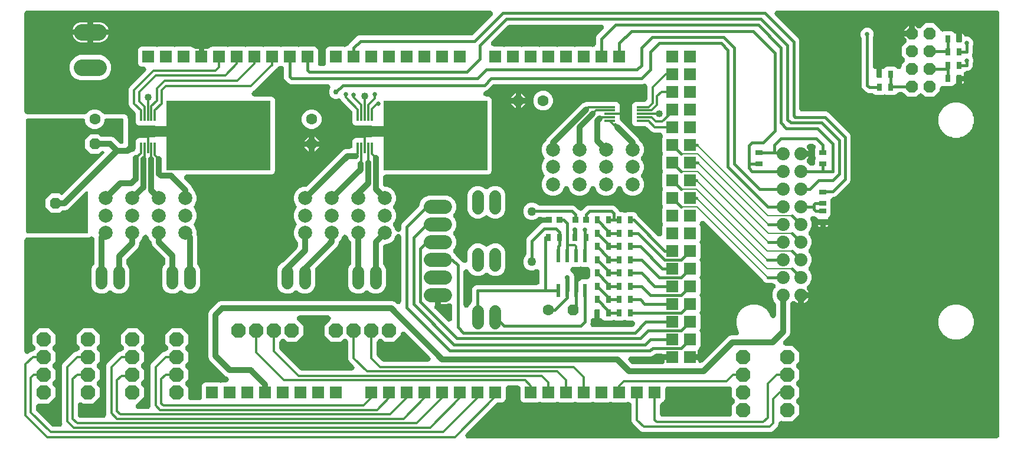
<source format=gbr>
G04 EAGLE Gerber RS-274X export*
G75*
%MOMM*%
%FSLAX34Y34*%
%LPD*%
%INTop Copper*%
%IPPOS*%
%AMOC8*
5,1,8,0,0,1.08239X$1,22.5*%
G01*
G04 Define Apertures*
%ADD10R,15.000000X10.000000*%
%ADD11R,3.016250X1.587500*%
%ADD12R,2.857500X1.587500*%
%ADD13R,1.700000X1.700000*%
%ADD14R,0.920900X0.970200*%
%ADD15R,0.601900X1.965400*%
%ADD16R,0.798700X0.973900*%
%ADD17C,1.260000*%
%ADD18C,1.727200*%
%ADD19P,1.73204X8X22.5*%
%ADD20C,1.600200*%
%ADD21C,2.040000*%
%ADD22C,1.878669*%
%ADD23R,0.973900X0.798700*%
%ADD24P,1.8695X8X292.5*%
%ADD25R,0.300000X1.650000*%
%ADD26R,2.000000X1.730000*%
%ADD27C,2.000000*%
%ADD28R,1.650000X0.300000*%
%ADD29R,1.730000X2.000000*%
%ADD30P,1.73204X8X292.5*%
%ADD31P,1.73204X8X202.5*%
%ADD32P,2.20808X8X202.5*%
%ADD33P,2.20808X8X112.5*%
%ADD34C,2.374900*%
%ADD35P,1.73204X8X112.5*%
%ADD36C,0.406400*%
%ADD37C,0.304800*%
%ADD38C,0.711200*%
%ADD39R,0.812800X0.812800*%
%ADD40C,0.812800*%
%ADD41C,1.016000*%
%ADD42C,0.203200*%
%ADD43C,0.756400*%
%ADD44C,0.660400*%
%ADD45C,0.609600*%
G36*
X1406461Y-40318D02*
X1407795Y-39404D01*
X1408667Y-38041D01*
X1408940Y-36576D01*
X1408940Y569876D01*
X1408618Y571461D01*
X1407704Y572795D01*
X1406341Y573667D01*
X1404876Y573940D01*
X1090394Y573940D01*
X1088809Y573618D01*
X1087475Y572704D01*
X1086603Y571341D01*
X1086332Y569746D01*
X1086704Y568172D01*
X1087520Y567002D01*
X1120554Y533969D01*
X1121791Y530981D01*
X1121791Y432880D01*
X1122113Y431294D01*
X1123028Y429960D01*
X1124390Y429089D01*
X1125855Y428816D01*
X1160492Y428816D01*
X1163479Y427578D01*
X1194341Y396717D01*
X1195578Y393729D01*
X1195578Y330171D01*
X1194341Y327183D01*
X1174592Y307434D01*
X1171604Y306197D01*
X1170730Y306197D01*
X1169144Y305875D01*
X1167810Y304961D01*
X1166939Y303598D01*
X1166666Y302133D01*
X1166666Y281076D01*
X1165737Y278835D01*
X1164300Y277398D01*
X1163407Y276049D01*
X1163110Y274524D01*
X1163110Y273972D01*
X1148291Y273972D01*
X1148291Y274090D01*
X1147969Y275675D01*
X1147054Y277009D01*
X1145692Y277881D01*
X1144227Y278154D01*
X1144026Y278154D01*
X1143367Y278427D01*
X1141780Y278736D01*
X1140197Y278402D01*
X1138871Y277476D01*
X1138010Y276107D01*
X1137751Y274510D01*
X1138058Y273117D01*
X1139439Y269781D01*
X1139439Y263619D01*
X1137081Y257926D01*
X1136029Y256874D01*
X1135136Y255525D01*
X1134839Y253935D01*
X1135186Y252355D01*
X1136029Y251126D01*
X1137081Y250074D01*
X1139439Y244381D01*
X1139439Y238219D01*
X1137081Y232526D01*
X1136029Y231474D01*
X1135136Y230125D01*
X1134839Y228535D01*
X1135186Y226955D01*
X1136029Y225726D01*
X1137081Y224674D01*
X1139439Y218981D01*
X1139439Y212819D01*
X1137081Y207126D01*
X1136029Y206074D01*
X1135136Y204725D01*
X1134839Y203135D01*
X1135186Y201555D01*
X1136029Y200326D01*
X1137081Y199274D01*
X1139439Y193581D01*
X1139439Y187419D01*
X1137081Y181726D01*
X1133514Y178159D01*
X1132621Y176811D01*
X1132325Y175221D01*
X1132672Y173641D01*
X1133514Y172412D01*
X1134067Y171860D01*
X1135183Y169164D01*
X1119886Y169164D01*
X1119886Y153867D01*
X1117190Y154983D01*
X1116638Y155536D01*
X1115290Y156429D01*
X1113700Y156725D01*
X1112120Y156378D01*
X1110891Y155536D01*
X1109900Y154545D01*
X1109007Y153197D01*
X1108710Y151671D01*
X1108710Y110692D01*
X1107163Y106957D01*
X1099640Y99434D01*
X1098746Y98085D01*
X1098450Y96495D01*
X1098797Y94915D01*
X1099733Y93596D01*
X1101109Y92746D01*
X1102513Y92496D01*
X1111650Y92496D01*
X1121196Y82950D01*
X1121196Y69450D01*
X1118120Y66374D01*
X1117226Y65025D01*
X1116930Y63435D01*
X1117277Y61855D01*
X1118120Y60626D01*
X1121196Y57550D01*
X1121196Y44050D01*
X1118120Y40974D01*
X1117226Y39625D01*
X1116930Y38035D01*
X1117277Y36455D01*
X1118120Y35226D01*
X1121196Y32150D01*
X1121196Y18650D01*
X1118120Y15574D01*
X1117226Y14225D01*
X1116930Y12635D01*
X1117277Y11055D01*
X1118120Y9826D01*
X1121196Y6750D01*
X1121196Y-6750D01*
X1111650Y-16296D01*
X1097808Y-16296D01*
X1097472Y-16073D01*
X1095882Y-15776D01*
X1094302Y-16124D01*
X1092983Y-17059D01*
X1092133Y-18435D01*
X1091883Y-19840D01*
X1091883Y-20566D01*
X1090722Y-23366D01*
X1083816Y-30272D01*
X1081016Y-31433D01*
X897009Y-31433D01*
X894209Y-30272D01*
X882540Y-18604D01*
X881380Y-15803D01*
X881380Y7222D01*
X881058Y8807D01*
X880144Y10141D01*
X878871Y10976D01*
X877855Y11397D01*
X876268Y11706D01*
X874745Y11397D01*
X873313Y10804D01*
X853887Y10804D01*
X852455Y11397D01*
X850868Y11706D01*
X849345Y11397D01*
X847913Y10804D01*
X828487Y10804D01*
X827055Y11397D01*
X825468Y11706D01*
X823945Y11397D01*
X822513Y10804D01*
X803087Y10804D01*
X801655Y11397D01*
X800068Y11706D01*
X798545Y11397D01*
X797113Y10804D01*
X777687Y10804D01*
X776255Y11397D01*
X774668Y11706D01*
X773145Y11397D01*
X771713Y10804D01*
X752287Y10804D01*
X750855Y11397D01*
X749268Y11706D01*
X747745Y11397D01*
X746313Y10804D01*
X726887Y10804D01*
X724647Y11732D01*
X722932Y13447D01*
X722004Y15687D01*
X722004Y31179D01*
X721682Y32764D01*
X720768Y34098D01*
X719405Y34969D01*
X717940Y35243D01*
X704460Y35243D01*
X702875Y34921D01*
X701541Y34006D01*
X700669Y32644D01*
X700396Y31179D01*
X700396Y15687D01*
X699468Y13447D01*
X697753Y11732D01*
X695513Y10804D01*
X690014Y10804D01*
X688429Y10482D01*
X687140Y9614D01*
X643824Y-33702D01*
X642931Y-35051D01*
X642634Y-36641D01*
X642981Y-38221D01*
X643917Y-39540D01*
X645293Y-40390D01*
X646698Y-40640D01*
X1404876Y-40640D01*
X1406461Y-40318D01*
G37*
%LPC*%
G36*
X1277233Y450088D02*
X1271819Y455502D01*
X1270471Y456395D01*
X1268945Y456692D01*
X1265061Y456692D01*
X1263476Y456370D01*
X1262188Y455502D01*
X1260199Y453513D01*
X1257958Y452585D01*
X1247546Y452585D01*
X1246155Y453161D01*
X1244568Y453470D01*
X1243045Y453161D01*
X1241654Y452585D01*
X1231242Y452585D01*
X1229001Y453513D01*
X1228282Y454232D01*
X1226934Y455125D01*
X1225409Y455422D01*
X1220758Y455422D01*
X1217771Y456659D01*
X1212309Y462121D01*
X1211072Y465108D01*
X1211072Y534006D01*
X1210763Y535561D01*
X1209802Y537881D01*
X1209802Y541619D01*
X1211233Y545074D01*
X1213876Y547717D01*
X1217331Y549148D01*
X1221069Y549148D01*
X1224524Y547717D01*
X1227167Y545074D01*
X1228598Y541619D01*
X1228598Y537881D01*
X1227637Y535561D01*
X1227328Y534006D01*
X1227328Y494074D01*
X1227650Y492488D01*
X1228565Y491154D01*
X1229927Y490283D01*
X1231392Y490010D01*
X1232455Y490010D01*
X1232455Y478607D01*
X1240442Y478607D01*
X1240442Y490010D01*
X1240994Y490010D01*
X1242579Y490331D01*
X1243868Y491200D01*
X1245305Y492637D01*
X1247546Y493566D01*
X1257958Y493566D01*
X1260199Y492637D01*
X1261665Y491171D01*
X1263014Y490277D01*
X1264604Y489981D01*
X1266184Y490328D01*
X1267503Y491264D01*
X1268353Y492640D01*
X1268603Y494044D01*
X1268603Y496322D01*
X1272327Y500046D01*
X1273220Y501395D01*
X1273517Y502985D01*
X1273170Y504565D01*
X1272327Y505794D01*
X1268603Y509518D01*
X1268603Y521722D01*
X1274842Y527961D01*
X1275735Y529309D01*
X1276031Y530899D01*
X1275684Y532479D01*
X1274842Y533708D01*
X1272159Y536391D01*
X1272159Y536956D01*
X1287399Y536956D01*
X1287399Y552196D01*
X1287964Y552196D01*
X1290647Y549513D01*
X1291995Y548620D01*
X1293585Y548324D01*
X1295165Y548671D01*
X1296394Y549513D01*
X1302633Y555752D01*
X1314837Y555752D01*
X1323660Y546929D01*
X1323789Y546295D01*
X1324704Y544960D01*
X1326066Y544089D01*
X1327661Y543818D01*
X1329086Y544125D01*
X1329667Y544366D01*
X1340079Y544366D01*
X1342320Y543437D01*
X1343757Y542000D01*
X1345106Y541107D01*
X1346631Y540810D01*
X1347184Y540810D01*
X1347184Y529407D01*
X1355171Y529407D01*
X1355171Y540810D01*
X1355676Y540810D01*
X1356609Y540423D01*
X1357324Y539708D01*
X1357635Y538957D01*
X1358539Y537616D01*
X1359895Y536733D01*
X1361390Y536448D01*
X1363944Y536448D01*
X1367399Y535017D01*
X1370042Y532374D01*
X1371473Y528919D01*
X1371473Y525181D01*
X1370512Y522861D01*
X1370203Y521306D01*
X1370203Y512733D01*
X1369657Y511415D01*
X1369348Y509827D01*
X1369682Y508245D01*
X1369795Y508079D01*
X1371473Y504027D01*
X1371473Y500289D01*
X1370512Y497969D01*
X1370203Y496414D01*
X1370203Y493683D01*
X1368966Y490696D01*
X1366679Y488409D01*
X1363692Y487172D01*
X1362216Y487172D01*
X1360631Y486850D01*
X1359343Y485982D01*
X1358833Y485472D01*
X1357939Y484123D01*
X1357643Y482533D01*
X1357711Y482206D01*
X1357711Y480244D01*
X1347184Y480244D01*
X1347184Y468841D01*
X1346631Y468841D01*
X1345046Y468519D01*
X1343757Y467650D01*
X1342320Y466213D01*
X1340079Y465285D01*
X1329667Y465285D01*
X1329086Y465525D01*
X1327499Y465834D01*
X1325916Y465500D01*
X1324589Y464575D01*
X1323729Y463205D01*
X1323467Y461770D01*
X1323467Y458718D01*
X1314837Y450088D01*
X1302633Y450088D01*
X1298909Y453812D01*
X1297560Y454705D01*
X1295970Y455002D01*
X1294390Y454655D01*
X1293161Y453812D01*
X1289437Y450088D01*
X1277233Y450088D01*
G37*
G36*
X1272159Y545084D02*
X1272159Y545649D01*
X1278706Y552196D01*
X1279271Y552196D01*
X1279271Y545084D01*
X1272159Y545084D01*
G37*
G36*
X1355171Y468841D02*
X1355171Y472257D01*
X1357711Y472257D01*
X1357711Y470875D01*
X1357324Y469942D01*
X1356609Y469227D01*
X1355676Y468841D01*
X1355171Y468841D01*
G37*
G36*
X1342655Y391400D02*
X1339593Y392395D01*
X1339389Y392455D01*
X1336929Y393115D01*
X1336720Y393235D01*
X1335944Y393581D01*
X1335075Y393863D01*
X1333091Y395305D01*
X1332734Y395537D01*
X1331191Y396427D01*
X1330475Y397143D01*
X1329991Y397557D01*
X1328627Y398547D01*
X1327637Y399911D01*
X1327223Y400395D01*
X1326507Y401111D01*
X1325617Y402654D01*
X1325385Y403011D01*
X1323943Y404995D01*
X1323661Y405864D01*
X1323315Y406640D01*
X1323195Y406849D01*
X1322535Y409309D01*
X1322475Y409513D01*
X1321480Y412575D01*
X1321480Y420545D01*
X1322475Y423607D01*
X1322535Y423811D01*
X1323195Y426271D01*
X1323315Y426480D01*
X1323661Y427256D01*
X1323943Y428125D01*
X1325385Y430110D01*
X1325617Y430466D01*
X1326507Y432009D01*
X1327223Y432725D01*
X1327637Y433210D01*
X1328627Y434573D01*
X1329991Y435563D01*
X1330475Y435977D01*
X1331191Y436693D01*
X1332734Y437584D01*
X1333091Y437815D01*
X1335075Y439257D01*
X1335944Y439539D01*
X1336720Y439885D01*
X1336929Y440005D01*
X1339389Y440665D01*
X1339593Y440725D01*
X1342655Y441720D01*
X1350625Y441720D01*
X1353687Y440725D01*
X1353891Y440665D01*
X1356351Y440005D01*
X1356560Y439885D01*
X1357336Y439539D01*
X1358205Y439257D01*
X1360190Y437815D01*
X1360546Y437584D01*
X1362089Y436693D01*
X1362805Y435977D01*
X1363290Y435563D01*
X1364653Y434573D01*
X1365643Y433210D01*
X1366057Y432725D01*
X1366773Y432009D01*
X1367664Y430466D01*
X1367895Y430110D01*
X1369337Y428125D01*
X1369619Y427256D01*
X1369965Y426480D01*
X1370085Y426271D01*
X1370745Y423811D01*
X1370805Y423607D01*
X1371800Y420545D01*
X1371800Y412575D01*
X1370805Y409513D01*
X1370745Y409309D01*
X1370085Y406849D01*
X1369965Y406640D01*
X1369619Y405864D01*
X1369337Y404995D01*
X1367895Y403011D01*
X1367664Y402654D01*
X1366773Y401111D01*
X1366057Y400395D01*
X1365643Y399911D01*
X1364653Y398547D01*
X1363290Y397557D01*
X1362805Y397143D01*
X1362089Y396427D01*
X1360546Y395537D01*
X1360190Y395305D01*
X1358205Y393863D01*
X1357336Y393581D01*
X1356560Y393235D01*
X1356351Y393115D01*
X1353891Y392455D01*
X1353687Y392395D01*
X1350625Y391400D01*
X1342655Y391400D01*
G37*
G36*
X1159694Y263445D02*
X1159694Y265985D01*
X1163110Y265985D01*
X1163110Y265479D01*
X1162723Y264546D01*
X1162008Y263831D01*
X1161075Y263445D01*
X1159694Y263445D01*
G37*
G36*
X1150325Y263445D02*
X1149392Y263831D01*
X1148677Y264546D01*
X1148291Y265479D01*
X1148291Y265985D01*
X1151707Y265985D01*
X1151707Y263445D01*
X1150325Y263445D01*
G37*
G36*
X1128014Y161036D02*
X1135183Y161036D01*
X1134067Y158340D01*
X1130710Y154983D01*
X1128014Y153867D01*
X1128014Y161036D01*
G37*
G36*
X1342655Y101400D02*
X1339593Y102395D01*
X1339389Y102455D01*
X1336929Y103115D01*
X1336720Y103235D01*
X1335944Y103581D01*
X1335075Y103863D01*
X1333091Y105305D01*
X1332734Y105537D01*
X1331191Y106427D01*
X1330475Y107143D01*
X1329991Y107557D01*
X1328627Y108547D01*
X1327637Y109911D01*
X1327223Y110395D01*
X1326507Y111111D01*
X1325617Y112654D01*
X1325385Y113011D01*
X1323943Y114995D01*
X1323661Y115864D01*
X1323315Y116640D01*
X1323195Y116849D01*
X1322535Y119309D01*
X1322475Y119513D01*
X1321480Y122575D01*
X1321480Y130545D01*
X1322475Y133607D01*
X1322535Y133811D01*
X1323195Y136271D01*
X1323315Y136480D01*
X1323661Y137256D01*
X1323943Y138125D01*
X1325385Y140110D01*
X1325617Y140466D01*
X1326507Y142009D01*
X1327223Y142725D01*
X1327637Y143210D01*
X1328627Y144573D01*
X1329991Y145563D01*
X1330475Y145977D01*
X1331191Y146693D01*
X1332734Y147584D01*
X1333091Y147815D01*
X1335075Y149257D01*
X1335944Y149539D01*
X1336720Y149885D01*
X1336929Y150005D01*
X1339389Y150665D01*
X1339593Y150725D01*
X1342655Y151720D01*
X1350625Y151720D01*
X1353687Y150725D01*
X1353891Y150665D01*
X1356351Y150005D01*
X1356560Y149885D01*
X1357336Y149539D01*
X1358205Y149257D01*
X1360190Y147815D01*
X1360546Y147584D01*
X1362089Y146693D01*
X1362805Y145977D01*
X1363290Y145563D01*
X1364653Y144573D01*
X1365643Y143210D01*
X1366057Y142725D01*
X1366773Y142009D01*
X1367664Y140466D01*
X1367895Y140110D01*
X1369337Y138125D01*
X1369619Y137256D01*
X1369965Y136480D01*
X1370085Y136271D01*
X1370745Y133811D01*
X1370805Y133607D01*
X1371800Y130545D01*
X1371800Y122575D01*
X1370805Y119513D01*
X1370745Y119309D01*
X1370085Y116849D01*
X1369965Y116640D01*
X1369619Y115864D01*
X1369337Y114995D01*
X1367895Y113011D01*
X1367664Y112654D01*
X1366773Y111111D01*
X1366057Y110395D01*
X1365643Y109911D01*
X1364653Y108547D01*
X1363290Y107557D01*
X1362805Y107143D01*
X1362089Y106427D01*
X1360546Y105537D01*
X1360190Y105305D01*
X1358205Y103863D01*
X1357336Y103581D01*
X1356560Y103235D01*
X1356351Y103115D01*
X1353891Y102455D01*
X1353687Y102395D01*
X1350625Y101400D01*
X1342655Y101400D01*
G37*
%LPD*%
G36*
X164115Y370567D02*
X167196Y371843D01*
X168538Y372747D01*
X169420Y374102D01*
X169705Y375597D01*
X169705Y379311D01*
X169729Y379432D01*
X169729Y386513D01*
X170657Y388753D01*
X172372Y390468D01*
X174612Y391396D01*
X185103Y391396D01*
X186688Y391718D01*
X188022Y392633D01*
X188893Y393995D01*
X189167Y395460D01*
X189167Y404640D01*
X188845Y406225D01*
X187930Y407559D01*
X186568Y408431D01*
X185103Y408704D01*
X174612Y408704D01*
X172372Y409632D01*
X170657Y411347D01*
X169729Y413587D01*
X169729Y420668D01*
X169705Y420789D01*
X169705Y426148D01*
X169383Y427733D01*
X168515Y429022D01*
X161340Y436196D01*
X160180Y438997D01*
X160180Y461416D01*
X161340Y464216D01*
X183590Y486466D01*
X184483Y487815D01*
X184780Y489405D01*
X184433Y490985D01*
X183497Y492304D01*
X182121Y493154D01*
X180716Y493404D01*
X178247Y493404D01*
X176007Y494332D01*
X174292Y496047D01*
X173364Y498287D01*
X173364Y517713D01*
X174292Y519953D01*
X176007Y521668D01*
X178247Y522596D01*
X197673Y522596D01*
X199105Y522003D01*
X200692Y521694D01*
X202215Y522003D01*
X203647Y522596D01*
X223073Y522596D01*
X224505Y522003D01*
X226092Y521694D01*
X227615Y522003D01*
X229047Y522596D01*
X248473Y522596D01*
X250713Y521668D01*
X252151Y520230D01*
X253499Y519337D01*
X255024Y519040D01*
X260096Y519040D01*
X260096Y503936D01*
X268224Y503936D01*
X268224Y519040D01*
X273296Y519040D01*
X274881Y519362D01*
X276169Y520230D01*
X277607Y521668D01*
X279847Y522596D01*
X299273Y522596D01*
X300705Y522003D01*
X302292Y521694D01*
X303815Y522003D01*
X305247Y522596D01*
X324673Y522596D01*
X326105Y522003D01*
X327692Y521694D01*
X329215Y522003D01*
X330647Y522596D01*
X350073Y522596D01*
X351505Y522003D01*
X353092Y521694D01*
X354615Y522003D01*
X356047Y522596D01*
X375473Y522596D01*
X376905Y522003D01*
X378492Y521694D01*
X380015Y522003D01*
X381447Y522596D01*
X400873Y522596D01*
X402305Y522003D01*
X403892Y521694D01*
X405415Y522003D01*
X406847Y522596D01*
X426273Y522596D01*
X428513Y521668D01*
X430228Y519953D01*
X431156Y517713D01*
X431156Y497967D01*
X431478Y496382D01*
X432393Y495048D01*
X433755Y494176D01*
X435220Y493903D01*
X438540Y493903D01*
X440125Y494225D01*
X441459Y495140D01*
X442331Y496502D01*
X442604Y497967D01*
X442604Y517713D01*
X443532Y519953D01*
X445247Y521668D01*
X447487Y522596D01*
X466913Y522596D01*
X468345Y522003D01*
X469932Y521694D01*
X471455Y522003D01*
X473385Y522802D01*
X474726Y523706D01*
X475584Y525001D01*
X475709Y525304D01*
X487521Y537116D01*
X490508Y538353D01*
X650622Y538353D01*
X652207Y538675D01*
X653496Y539543D01*
X680955Y567002D01*
X681848Y568351D01*
X682145Y569941D01*
X681798Y571521D01*
X680862Y572840D01*
X679486Y573690D01*
X678081Y573940D01*
X14224Y573940D01*
X12639Y573618D01*
X11305Y572704D01*
X10433Y571341D01*
X10160Y569876D01*
X10160Y429260D01*
X10482Y427675D01*
X11397Y426341D01*
X12759Y425469D01*
X14224Y425196D01*
X96871Y425196D01*
X98457Y425518D01*
X99745Y426386D01*
X103140Y429781D01*
X108321Y431927D01*
X113929Y431927D01*
X119110Y429781D01*
X122505Y426386D01*
X123853Y425493D01*
X125379Y425196D01*
X152337Y425196D01*
X152751Y425183D01*
X153316Y425123D01*
X153846Y425018D01*
X154365Y424866D01*
X154868Y424670D01*
X155352Y424429D01*
X155813Y424146D01*
X156247Y423824D01*
X156650Y423465D01*
X157020Y423071D01*
X157354Y422646D01*
X157649Y422192D01*
X157902Y421715D01*
X158112Y421218D01*
X158277Y420703D01*
X158396Y420176D01*
X158468Y419640D01*
X158496Y419010D01*
X158496Y374321D01*
X158818Y372736D01*
X159733Y371402D01*
X161095Y370530D01*
X162690Y370259D01*
X164115Y370567D01*
G37*
%LPC*%
G36*
X78982Y546989D02*
X80680Y551090D01*
X84735Y555145D01*
X90033Y557340D01*
X100711Y557340D01*
X100711Y546989D01*
X78982Y546989D01*
G37*
G36*
X108839Y546989D02*
X108839Y557340D01*
X119517Y557340D01*
X124815Y555145D01*
X128870Y551090D01*
X130568Y546989D01*
X108839Y546989D01*
G37*
G36*
X108839Y528511D02*
X108839Y538861D01*
X130568Y538861D01*
X128870Y534760D01*
X124815Y530705D01*
X119517Y528511D01*
X108839Y528511D01*
G37*
G36*
X90033Y528511D02*
X84735Y530705D01*
X80680Y534760D01*
X78982Y538861D01*
X100711Y538861D01*
X100711Y528511D01*
X90033Y528511D01*
G37*
G36*
X89326Y474155D02*
X82721Y476890D01*
X77666Y481946D01*
X74930Y488550D01*
X74930Y495700D01*
X77666Y502304D01*
X82721Y507360D01*
X89326Y510096D01*
X120224Y510096D01*
X126829Y507360D01*
X131884Y502304D01*
X134620Y495700D01*
X134620Y488550D01*
X131884Y481946D01*
X126829Y476890D01*
X120224Y474155D01*
X89326Y474155D01*
G37*
%LPD*%
G36*
X827055Y522003D02*
X827563Y522213D01*
X828904Y523117D01*
X829787Y524473D01*
X830072Y525968D01*
X830072Y535017D01*
X831309Y538004D01*
X840215Y546909D01*
X841108Y548258D01*
X841404Y549848D01*
X841057Y551428D01*
X840122Y552747D01*
X838745Y553597D01*
X837341Y553847D01*
X706725Y553847D01*
X705140Y553525D01*
X703851Y552657D01*
X680728Y529534D01*
X679835Y528185D01*
X679539Y526595D01*
X679886Y525015D01*
X680821Y523696D01*
X682198Y522846D01*
X683602Y522596D01*
X695513Y522596D01*
X696945Y522003D01*
X698532Y521694D01*
X700055Y522003D01*
X701487Y522596D01*
X720913Y522596D01*
X722345Y522003D01*
X723932Y521694D01*
X725455Y522003D01*
X726887Y522596D01*
X746313Y522596D01*
X747745Y522003D01*
X749332Y521694D01*
X750855Y522003D01*
X752287Y522596D01*
X771713Y522596D01*
X773145Y522003D01*
X774732Y521694D01*
X776255Y522003D01*
X777687Y522596D01*
X797113Y522596D01*
X798545Y522003D01*
X800132Y521694D01*
X801655Y522003D01*
X803087Y522596D01*
X822513Y522596D01*
X823945Y522003D01*
X825532Y521694D01*
X827055Y522003D01*
G37*
G36*
X62112Y-23808D02*
X63446Y-22894D01*
X64318Y-21531D01*
X64589Y-19936D01*
X64281Y-18511D01*
X63818Y-17391D01*
X63818Y63428D01*
X64978Y66229D01*
X81409Y82660D01*
X84209Y83820D01*
X84491Y83820D01*
X86076Y84142D01*
X87364Y85010D01*
X88380Y86026D01*
X89274Y87375D01*
X89570Y88965D01*
X89223Y90545D01*
X88380Y91774D01*
X85304Y94850D01*
X85304Y108350D01*
X94850Y117896D01*
X108350Y117896D01*
X117896Y108350D01*
X117896Y94850D01*
X114820Y91774D01*
X113926Y90425D01*
X113630Y88835D01*
X113977Y87255D01*
X114820Y86026D01*
X117896Y82950D01*
X117896Y69450D01*
X114820Y66374D01*
X113926Y65025D01*
X113630Y63435D01*
X113977Y61855D01*
X114820Y60626D01*
X117896Y57550D01*
X117896Y44050D01*
X114820Y40974D01*
X113926Y39625D01*
X113630Y38035D01*
X113977Y36455D01*
X114820Y35226D01*
X117896Y32150D01*
X117896Y18650D01*
X108350Y9104D01*
X94850Y9104D01*
X93933Y10021D01*
X92584Y10915D01*
X90994Y11211D01*
X89414Y10864D01*
X88095Y9928D01*
X87245Y8552D01*
X86995Y7148D01*
X86995Y-7366D01*
X87317Y-8951D01*
X88232Y-10285D01*
X89594Y-11157D01*
X91059Y-11430D01*
X123369Y-11430D01*
X124954Y-11108D01*
X126288Y-10194D01*
X127160Y-8831D01*
X127431Y-7236D01*
X127318Y-6709D01*
X127318Y63428D01*
X128478Y66229D01*
X144909Y82660D01*
X147709Y83820D01*
X147991Y83820D01*
X149576Y84142D01*
X150864Y85010D01*
X151880Y86026D01*
X152774Y87375D01*
X153070Y88965D01*
X152723Y90545D01*
X151880Y91774D01*
X148804Y94850D01*
X148804Y108350D01*
X158350Y117896D01*
X171850Y117896D01*
X181396Y108350D01*
X181396Y94850D01*
X178320Y91774D01*
X177426Y90425D01*
X177130Y88835D01*
X177477Y87255D01*
X178320Y86026D01*
X181396Y82950D01*
X181396Y69450D01*
X178320Y66374D01*
X177426Y65025D01*
X177130Y63435D01*
X177477Y61855D01*
X178320Y60626D01*
X181396Y57550D01*
X181396Y44050D01*
X178320Y40974D01*
X177426Y39625D01*
X177130Y38035D01*
X177477Y36455D01*
X178320Y35226D01*
X181396Y32150D01*
X181396Y18650D01*
X170954Y8208D01*
X170060Y6859D01*
X169764Y5269D01*
X170111Y3689D01*
X171047Y2370D01*
X172423Y1520D01*
X173827Y1270D01*
X186754Y1270D01*
X188339Y1592D01*
X189673Y2507D01*
X190544Y3869D01*
X190818Y5334D01*
X190818Y63428D01*
X191978Y66229D01*
X208409Y82660D01*
X211209Y83820D01*
X211491Y83820D01*
X213076Y84142D01*
X214364Y85010D01*
X215380Y86026D01*
X216274Y87375D01*
X216570Y88965D01*
X216223Y90545D01*
X215380Y91774D01*
X212304Y94850D01*
X212304Y108350D01*
X221850Y117896D01*
X235350Y117896D01*
X244896Y108350D01*
X244896Y94850D01*
X241820Y91774D01*
X240926Y90425D01*
X240630Y88835D01*
X240977Y87255D01*
X241820Y86026D01*
X244896Y82950D01*
X244896Y69450D01*
X241820Y66374D01*
X240926Y65025D01*
X240630Y63435D01*
X240977Y61855D01*
X241820Y60626D01*
X244896Y57550D01*
X244896Y44050D01*
X241820Y40974D01*
X240926Y39625D01*
X240630Y38035D01*
X240977Y36455D01*
X241820Y35226D01*
X244896Y32150D01*
X244896Y18034D01*
X245218Y16449D01*
X246133Y15115D01*
X247495Y14243D01*
X248960Y13970D01*
X260740Y13970D01*
X262325Y14292D01*
X263659Y15207D01*
X264531Y16569D01*
X264804Y18034D01*
X264804Y35113D01*
X265732Y37353D01*
X267447Y39068D01*
X269687Y39996D01*
X289113Y39996D01*
X290545Y39403D01*
X292132Y39094D01*
X293655Y39403D01*
X295087Y39996D01*
X299233Y39996D01*
X300818Y40318D01*
X302152Y41233D01*
X303024Y42595D01*
X303295Y44190D01*
X302923Y45764D01*
X301966Y47068D01*
X300788Y47815D01*
X299045Y48537D01*
X275549Y72032D01*
X274003Y75767D01*
X274003Y138546D01*
X275549Y142280D01*
X287932Y154663D01*
X291667Y156210D01*
X538596Y156210D01*
X542330Y154663D01*
X543734Y153259D01*
X545083Y152366D01*
X546673Y152069D01*
X548253Y152416D01*
X549572Y153352D01*
X550422Y154728D01*
X550672Y156133D01*
X550672Y248937D01*
X550350Y250522D01*
X549436Y251856D01*
X548073Y252727D01*
X546478Y252999D01*
X544904Y252626D01*
X543600Y251670D01*
X542853Y250492D01*
X540696Y245282D01*
X536168Y240754D01*
X530252Y238304D01*
X528374Y238304D01*
X526789Y237982D01*
X525455Y237068D01*
X524583Y235705D01*
X524310Y234240D01*
X524310Y211494D01*
X524632Y209908D01*
X525500Y208620D01*
X526639Y207481D01*
X528882Y202066D01*
X528882Y178934D01*
X526639Y173519D01*
X522495Y169375D01*
X517080Y167132D01*
X511220Y167132D01*
X505805Y169375D01*
X504524Y170656D01*
X503175Y171549D01*
X501585Y171846D01*
X500005Y171499D01*
X498776Y170656D01*
X497495Y169375D01*
X492080Y167132D01*
X486220Y167132D01*
X480805Y169375D01*
X476661Y173519D01*
X474418Y178934D01*
X474418Y202066D01*
X476661Y207481D01*
X477800Y208620D01*
X478693Y209968D01*
X478990Y211494D01*
X478990Y239913D01*
X478668Y241499D01*
X477800Y242787D01*
X475304Y245282D01*
X473655Y249265D01*
X472751Y250607D01*
X471395Y251489D01*
X469803Y251773D01*
X468226Y251413D01*
X466914Y250467D01*
X466145Y249265D01*
X464496Y245282D01*
X462200Y242987D01*
X461307Y241639D01*
X461010Y240113D01*
X461010Y239679D01*
X459463Y235945D01*
X428472Y204954D01*
X427579Y203605D01*
X427282Y202080D01*
X427282Y178934D01*
X425039Y173519D01*
X420895Y169375D01*
X415480Y167132D01*
X409620Y167132D01*
X404205Y169375D01*
X402924Y170656D01*
X401575Y171549D01*
X399985Y171846D01*
X398405Y171499D01*
X397176Y170656D01*
X395895Y169375D01*
X390480Y167132D01*
X384620Y167132D01*
X379205Y169375D01*
X375061Y173519D01*
X372818Y178934D01*
X372818Y202066D01*
X375061Y207481D01*
X379205Y211625D01*
X381534Y212590D01*
X382852Y213471D01*
X401400Y232018D01*
X402293Y233367D01*
X402590Y234892D01*
X402590Y240113D01*
X402268Y241699D01*
X401400Y242987D01*
X399104Y245282D01*
X396654Y251198D01*
X396654Y257602D01*
X399104Y263518D01*
X399613Y264026D01*
X400506Y265375D01*
X400803Y266965D01*
X400456Y268545D01*
X399613Y269774D01*
X399104Y270282D01*
X396654Y276198D01*
X396654Y282602D01*
X399104Y288518D01*
X399613Y289026D01*
X400506Y290375D01*
X400803Y291965D01*
X400456Y293545D01*
X399613Y294774D01*
X399104Y295282D01*
X396654Y301198D01*
X396654Y307602D01*
X399104Y313518D01*
X403632Y318046D01*
X409548Y320496D01*
X412794Y320496D01*
X414379Y320818D01*
X415668Y321686D01*
X467720Y373738D01*
X471454Y375285D01*
X476791Y375285D01*
X478376Y375607D01*
X479710Y376522D01*
X480541Y377821D01*
X480546Y377819D01*
X480556Y377844D01*
X480582Y377884D01*
X480742Y378745D01*
X480879Y379432D01*
X480879Y386513D01*
X481807Y388753D01*
X483522Y390468D01*
X485762Y391396D01*
X496188Y391396D01*
X496285Y391356D01*
X497872Y391047D01*
X499455Y391381D01*
X500782Y392306D01*
X501642Y393676D01*
X501904Y395110D01*
X501904Y404640D01*
X501582Y406225D01*
X500668Y407559D01*
X499305Y408431D01*
X497840Y408704D01*
X485762Y408704D01*
X483522Y409632D01*
X481807Y411347D01*
X480879Y413587D01*
X480879Y420668D01*
X480855Y420789D01*
X480855Y427198D01*
X480533Y428783D01*
X479665Y430072D01*
X464790Y444946D01*
X464681Y445208D01*
X463778Y446550D01*
X462422Y447432D01*
X460830Y447716D01*
X459372Y447408D01*
X459165Y447322D01*
X455235Y447322D01*
X451605Y448826D01*
X448826Y451605D01*
X447322Y455235D01*
X447322Y459165D01*
X448705Y462503D01*
X449014Y464090D01*
X448679Y465673D01*
X447754Y467000D01*
X446385Y467860D01*
X444950Y468122D01*
X392083Y468122D01*
X389096Y469359D01*
X383634Y474821D01*
X382397Y477808D01*
X382397Y490190D01*
X382075Y491775D01*
X381161Y493109D01*
X379798Y493981D01*
X378203Y494252D01*
X376778Y493945D01*
X375025Y493219D01*
X374353Y493082D01*
X373019Y492168D01*
X372282Y491046D01*
X370076Y488840D01*
X369739Y488700D01*
X368421Y487819D01*
X339279Y458678D01*
X338523Y458365D01*
X337182Y457461D01*
X336300Y456105D01*
X336016Y454513D01*
X336376Y452936D01*
X337322Y451624D01*
X338705Y450785D01*
X340079Y450546D01*
X364688Y450546D01*
X366928Y449618D01*
X368643Y447903D01*
X369571Y445663D01*
X369571Y343237D01*
X368643Y340997D01*
X366928Y339282D01*
X364688Y338354D01*
X243038Y338354D01*
X241453Y338032D01*
X240119Y337118D01*
X239248Y335755D01*
X238976Y334160D01*
X239349Y332586D01*
X240165Y331416D01*
X249913Y321668D01*
X251760Y317209D01*
X251782Y317101D01*
X252650Y315813D01*
X254946Y313518D01*
X257396Y307602D01*
X257396Y301198D01*
X254946Y295282D01*
X254437Y294774D01*
X253544Y293425D01*
X253247Y291835D01*
X253594Y290255D01*
X254437Y289026D01*
X254946Y288518D01*
X257396Y282602D01*
X257396Y276198D01*
X254946Y270282D01*
X254437Y269774D01*
X253544Y268425D01*
X253247Y266835D01*
X253594Y265255D01*
X254437Y264026D01*
X254946Y263518D01*
X257396Y257602D01*
X257396Y251596D01*
X257610Y250520D01*
X257610Y211494D01*
X257932Y209908D01*
X258800Y208620D01*
X259939Y207481D01*
X262182Y202066D01*
X262182Y178934D01*
X259939Y173519D01*
X255795Y169375D01*
X250380Y167132D01*
X244520Y167132D01*
X239105Y169375D01*
X237824Y170656D01*
X236475Y171549D01*
X234885Y171846D01*
X233305Y171499D01*
X232076Y170656D01*
X230795Y169375D01*
X225380Y167132D01*
X219520Y167132D01*
X214105Y169375D01*
X209961Y173519D01*
X207718Y178934D01*
X207718Y202066D01*
X209961Y207481D01*
X211100Y208620D01*
X211993Y209968D01*
X212290Y211494D01*
X212290Y216158D01*
X211968Y217743D01*
X211100Y219032D01*
X194587Y235545D01*
X193040Y239279D01*
X193040Y240113D01*
X192718Y241699D01*
X191850Y242987D01*
X189554Y245282D01*
X187905Y249265D01*
X187001Y250607D01*
X185645Y251489D01*
X184053Y251773D01*
X182476Y251413D01*
X181164Y250467D01*
X180395Y249265D01*
X178746Y245282D01*
X176450Y242987D01*
X175557Y241639D01*
X175260Y240113D01*
X175260Y237692D01*
X173713Y233957D01*
X157200Y217444D01*
X156307Y216096D01*
X156010Y214571D01*
X156010Y211494D01*
X156332Y209908D01*
X157200Y208620D01*
X158339Y207481D01*
X160582Y202066D01*
X160582Y178934D01*
X158339Y173519D01*
X154195Y169375D01*
X148780Y167132D01*
X142920Y167132D01*
X137505Y169375D01*
X136224Y170656D01*
X134875Y171549D01*
X133285Y171846D01*
X131705Y171499D01*
X130476Y170656D01*
X129195Y169375D01*
X123780Y167132D01*
X117920Y167132D01*
X112505Y169375D01*
X108361Y173519D01*
X106118Y178934D01*
X106118Y202066D01*
X108361Y207481D01*
X109500Y208620D01*
X110393Y209968D01*
X110690Y211494D01*
X110690Y245177D01*
X110368Y246762D01*
X109454Y248096D01*
X108091Y248967D01*
X106496Y249239D01*
X104720Y248766D01*
X104215Y248498D01*
X103718Y248288D01*
X103203Y248123D01*
X102676Y248004D01*
X102140Y247932D01*
X101510Y247904D01*
X59142Y247904D01*
X57587Y247595D01*
X57414Y247523D01*
X51806Y247523D01*
X51633Y247595D01*
X50078Y247904D01*
X14224Y247904D01*
X12639Y247582D01*
X11305Y246668D01*
X10433Y245305D01*
X10160Y243840D01*
X10160Y84723D01*
X10482Y83138D01*
X11397Y81804D01*
X12759Y80932D01*
X14354Y80661D01*
X15928Y81033D01*
X17098Y81849D01*
X17909Y82660D01*
X20709Y83820D01*
X20991Y83820D01*
X22576Y84142D01*
X23864Y85010D01*
X24880Y86026D01*
X25774Y87375D01*
X26070Y88965D01*
X25723Y90545D01*
X24880Y91774D01*
X21804Y94850D01*
X21804Y108350D01*
X31350Y117896D01*
X44850Y117896D01*
X54396Y108350D01*
X54396Y94850D01*
X51320Y91774D01*
X50426Y90425D01*
X50130Y88835D01*
X50477Y87255D01*
X51320Y86026D01*
X54396Y82950D01*
X54396Y69450D01*
X51320Y66374D01*
X50426Y65025D01*
X50130Y63435D01*
X50477Y61855D01*
X51320Y60626D01*
X54396Y57550D01*
X54396Y44050D01*
X51320Y40974D01*
X50426Y39625D01*
X50130Y38035D01*
X50477Y36455D01*
X51320Y35226D01*
X54396Y32150D01*
X54396Y18650D01*
X44850Y9104D01*
X30734Y9104D01*
X29149Y8782D01*
X27815Y7868D01*
X26943Y6505D01*
X26670Y5040D01*
X26670Y1665D01*
X26992Y80D01*
X27860Y-1209D01*
X49591Y-22940D01*
X50939Y-23833D01*
X52465Y-24130D01*
X60527Y-24130D01*
X62112Y-23808D01*
G37*
%LPC*%
G36*
X419471Y403733D02*
X414290Y405879D01*
X410324Y409845D01*
X408178Y415026D01*
X408178Y420634D01*
X410324Y425815D01*
X414290Y429781D01*
X419471Y431927D01*
X425079Y431927D01*
X430260Y429781D01*
X434226Y425815D01*
X436372Y420634D01*
X436372Y415026D01*
X434226Y409845D01*
X430260Y405879D01*
X425079Y403733D01*
X419471Y403733D01*
G37*
G36*
X426339Y386334D02*
X426339Y392811D01*
X426641Y392811D01*
X432816Y386636D01*
X432816Y386334D01*
X426339Y386334D01*
G37*
G36*
X411734Y386334D02*
X411734Y386636D01*
X417909Y392811D01*
X418211Y392811D01*
X418211Y386334D01*
X411734Y386334D01*
G37*
G36*
X426339Y371729D02*
X426339Y378206D01*
X432816Y378206D01*
X432816Y377904D01*
X426641Y371729D01*
X426339Y371729D01*
G37*
G36*
X417909Y371729D02*
X411734Y377904D01*
X411734Y378206D01*
X418211Y378206D01*
X418211Y371729D01*
X417909Y371729D01*
G37*
%LPD*%
G36*
X645721Y147378D02*
X647025Y148334D01*
X647772Y149512D01*
X648111Y150331D01*
X651082Y153302D01*
X651975Y154650D01*
X652272Y156176D01*
X652272Y173067D01*
X653509Y176054D01*
X655796Y178341D01*
X658783Y179578D01*
X745046Y179578D01*
X746631Y179900D01*
X747965Y180815D01*
X748836Y182177D01*
X749110Y183642D01*
X749110Y198062D01*
X748788Y199647D01*
X747873Y200981D01*
X746511Y201853D01*
X744916Y202124D01*
X743490Y201817D01*
X740653Y200642D01*
X735722Y200642D01*
X731166Y202529D01*
X727679Y206016D01*
X725792Y210572D01*
X725792Y215503D01*
X727679Y220059D01*
X728869Y221250D01*
X729762Y222598D01*
X730060Y224123D01*
X730060Y244504D01*
X731297Y247492D01*
X751046Y267241D01*
X752538Y267859D01*
X753879Y268763D01*
X754025Y268986D01*
X766256Y268986D01*
X766256Y277114D01*
X753015Y277114D01*
X753015Y276986D01*
X752448Y277349D01*
X750983Y277622D01*
X749586Y277622D01*
X748001Y277300D01*
X746712Y276432D01*
X745209Y274929D01*
X740653Y273042D01*
X735722Y273042D01*
X731166Y274929D01*
X727679Y278416D01*
X725792Y282972D01*
X725792Y287903D01*
X727679Y292459D01*
X731166Y295946D01*
X735722Y297834D01*
X740653Y297834D01*
X745209Y295946D01*
X746087Y295068D01*
X747436Y294175D01*
X748961Y293878D01*
X796954Y293878D01*
X799942Y292641D01*
X805164Y287418D01*
X806512Y286525D01*
X808102Y286229D01*
X809682Y286576D01*
X810911Y287418D01*
X816133Y292641D01*
X819121Y293878D01*
X854104Y293878D01*
X857092Y292641D01*
X862553Y287179D01*
X862824Y286524D01*
X863728Y285183D01*
X865084Y284301D01*
X866579Y284016D01*
X868592Y284016D01*
X869982Y283439D01*
X871570Y283130D01*
X873093Y283439D01*
X874483Y284016D01*
X884896Y284016D01*
X887136Y283087D01*
X888851Y281373D01*
X889561Y279659D01*
X890442Y278341D01*
X918266Y250516D01*
X919615Y249623D01*
X921205Y249326D01*
X922785Y249673D01*
X924104Y250609D01*
X924954Y251985D01*
X925204Y253390D01*
X925204Y263713D01*
X925797Y265145D01*
X926106Y266732D01*
X925797Y268255D01*
X925204Y269687D01*
X925204Y289113D01*
X925797Y290545D01*
X926106Y292132D01*
X925797Y293655D01*
X925204Y295087D01*
X925204Y314513D01*
X925797Y315945D01*
X926106Y317532D01*
X925797Y319055D01*
X925204Y320487D01*
X925204Y339913D01*
X925797Y341345D01*
X926106Y342932D01*
X925797Y344455D01*
X925204Y345887D01*
X925204Y365313D01*
X925797Y366745D01*
X926106Y368332D01*
X925797Y369855D01*
X925204Y371287D01*
X925204Y390713D01*
X925797Y392145D01*
X926106Y393732D01*
X925797Y395255D01*
X925376Y396271D01*
X924472Y397613D01*
X923117Y398495D01*
X921622Y398780D01*
X912884Y398780D01*
X910084Y399940D01*
X903384Y406640D01*
X902036Y407533D01*
X900510Y407830D01*
X893864Y407830D01*
X893743Y407854D01*
X886662Y407854D01*
X884422Y408782D01*
X882707Y410497D01*
X881779Y412737D01*
X881779Y438163D01*
X882707Y440403D01*
X884422Y442118D01*
X886662Y443046D01*
X893743Y443046D01*
X893864Y443070D01*
X899541Y443070D01*
X901126Y443392D01*
X902460Y444307D01*
X903332Y445669D01*
X903605Y447134D01*
X903605Y464789D01*
X903283Y466375D01*
X902369Y467709D01*
X901006Y468580D01*
X899411Y468851D01*
X897986Y468544D01*
X896967Y468122D01*
X684500Y468122D01*
X682915Y467800D01*
X681626Y466932D01*
X674529Y459834D01*
X670981Y458365D01*
X669640Y457461D01*
X668757Y456105D01*
X668473Y454513D01*
X668833Y452936D01*
X669779Y451624D01*
X671162Y450785D01*
X672536Y450546D01*
X675838Y450546D01*
X678078Y449618D01*
X679793Y447903D01*
X680721Y445663D01*
X680721Y343237D01*
X679793Y340997D01*
X678078Y339282D01*
X675838Y338354D01*
X528574Y338354D01*
X526989Y338032D01*
X525655Y337118D01*
X524783Y335755D01*
X524510Y334290D01*
X524510Y324560D01*
X524832Y322975D01*
X525747Y321641D01*
X527109Y320769D01*
X528574Y320496D01*
X530252Y320496D01*
X536168Y318046D01*
X540696Y313518D01*
X543146Y307602D01*
X543146Y301198D01*
X540696Y295282D01*
X540187Y294774D01*
X539294Y293425D01*
X538997Y291835D01*
X539344Y290255D01*
X540187Y289026D01*
X540696Y288518D01*
X543146Y282602D01*
X543146Y276198D01*
X540696Y270282D01*
X540187Y269774D01*
X539294Y268425D01*
X538997Y266835D01*
X539344Y265255D01*
X540187Y264026D01*
X540696Y263518D01*
X542853Y258308D01*
X543757Y256967D01*
X545113Y256084D01*
X546705Y255801D01*
X548282Y256160D01*
X549594Y257107D01*
X550433Y258489D01*
X550672Y259863D01*
X550672Y265142D01*
X551909Y268129D01*
X575564Y291783D01*
X576457Y293132D01*
X576754Y294657D01*
X576754Y295341D01*
X579235Y301331D01*
X583819Y305915D01*
X589809Y308396D01*
X616691Y308396D01*
X622681Y305915D01*
X627265Y301331D01*
X629746Y295341D01*
X629746Y288859D01*
X627265Y282869D01*
X626670Y282274D01*
X625776Y280925D01*
X625480Y279335D01*
X625827Y277755D01*
X626670Y276526D01*
X627265Y275931D01*
X629746Y269941D01*
X629746Y263459D01*
X627265Y257469D01*
X626670Y256874D01*
X625776Y255525D01*
X625480Y253935D01*
X625827Y252355D01*
X626670Y251126D01*
X627265Y250531D01*
X629746Y244541D01*
X629746Y238059D01*
X627265Y232069D01*
X626670Y231474D01*
X625776Y230125D01*
X625480Y228535D01*
X625827Y226955D01*
X626670Y225726D01*
X627265Y225131D01*
X627743Y223976D01*
X628624Y222658D01*
X638930Y212352D01*
X640279Y211459D01*
X641869Y211162D01*
X643449Y211509D01*
X644768Y212445D01*
X645618Y213821D01*
X645868Y215226D01*
X645868Y227466D01*
X648111Y232881D01*
X652255Y237025D01*
X657670Y239268D01*
X663530Y239268D01*
X668945Y237025D01*
X670226Y235744D01*
X671575Y234851D01*
X673165Y234554D01*
X674745Y234901D01*
X675974Y235744D01*
X677255Y237025D01*
X682670Y239268D01*
X688530Y239268D01*
X693945Y237025D01*
X698089Y232881D01*
X700332Y227466D01*
X700332Y204334D01*
X698089Y198919D01*
X693945Y194775D01*
X688530Y192532D01*
X682670Y192532D01*
X677255Y194775D01*
X675974Y196056D01*
X674625Y196949D01*
X673035Y197246D01*
X671455Y196899D01*
X670226Y196056D01*
X668945Y194775D01*
X663530Y192532D01*
X657670Y192532D01*
X652255Y194775D01*
X648111Y198919D01*
X647772Y199738D01*
X646868Y201079D01*
X645512Y201962D01*
X643920Y202245D01*
X642343Y201886D01*
X641031Y200940D01*
X640192Y199557D01*
X639953Y198183D01*
X639953Y151067D01*
X640275Y149482D01*
X641190Y148148D01*
X642552Y147277D01*
X644147Y147005D01*
X645721Y147378D01*
G37*
%LPC*%
G36*
X751576Y430403D02*
X746395Y432549D01*
X742429Y436515D01*
X740283Y441696D01*
X740283Y447304D01*
X742429Y452485D01*
X746395Y456451D01*
X751576Y458597D01*
X757184Y458597D01*
X762365Y456451D01*
X766331Y452485D01*
X768477Y447304D01*
X768477Y441696D01*
X766331Y436515D01*
X762365Y432549D01*
X757184Y430403D01*
X751576Y430403D01*
G37*
G36*
X722884Y448564D02*
X722884Y455041D01*
X723186Y455041D01*
X729361Y448866D01*
X729361Y448564D01*
X722884Y448564D01*
G37*
G36*
X708279Y448564D02*
X708279Y448866D01*
X714454Y455041D01*
X714756Y455041D01*
X714756Y448564D01*
X708279Y448564D01*
G37*
G36*
X765148Y308154D02*
X759232Y310604D01*
X754704Y315132D01*
X752254Y321048D01*
X752254Y327452D01*
X754704Y333368D01*
X755213Y333876D01*
X756106Y335225D01*
X756403Y336815D01*
X756056Y338395D01*
X755213Y339624D01*
X754704Y340132D01*
X752254Y346048D01*
X752254Y352452D01*
X754704Y358368D01*
X755213Y358876D01*
X756106Y360225D01*
X756403Y361815D01*
X756056Y363395D01*
X755213Y364624D01*
X754704Y365132D01*
X752254Y371048D01*
X752254Y377452D01*
X754704Y383368D01*
X758083Y386746D01*
X758964Y388065D01*
X759737Y389930D01*
X810220Y440413D01*
X813954Y441960D01*
X814621Y441960D01*
X816176Y442269D01*
X818109Y443070D01*
X852386Y443070D01*
X852507Y443046D01*
X859588Y443046D01*
X861828Y442118D01*
X863543Y440403D01*
X864471Y438163D01*
X864471Y427737D01*
X864168Y427005D01*
X863858Y425418D01*
X864168Y423895D01*
X864471Y423163D01*
X864471Y418406D01*
X864793Y416821D01*
X865661Y415532D01*
X891263Y389930D01*
X892036Y388065D01*
X892917Y386746D01*
X896296Y383368D01*
X898746Y377452D01*
X898746Y371048D01*
X896296Y365132D01*
X895787Y364624D01*
X894894Y363275D01*
X894597Y361685D01*
X894944Y360105D01*
X895787Y358876D01*
X896296Y358368D01*
X898746Y352452D01*
X898746Y346048D01*
X896296Y340132D01*
X895787Y339624D01*
X894894Y338275D01*
X894597Y336685D01*
X894944Y335105D01*
X895787Y333876D01*
X896296Y333368D01*
X898746Y327452D01*
X898746Y321048D01*
X896296Y315132D01*
X891768Y310604D01*
X885852Y308154D01*
X879448Y308154D01*
X873532Y310604D01*
X869004Y315132D01*
X867355Y319115D01*
X866451Y320457D01*
X865095Y321339D01*
X863503Y321623D01*
X861926Y321263D01*
X860614Y320317D01*
X859845Y319115D01*
X858196Y315132D01*
X853668Y310604D01*
X847752Y308154D01*
X841348Y308154D01*
X835432Y310604D01*
X830904Y315132D01*
X829255Y319115D01*
X828351Y320457D01*
X826995Y321339D01*
X825403Y321623D01*
X823826Y321263D01*
X822514Y320317D01*
X821745Y319115D01*
X820096Y315132D01*
X815568Y310604D01*
X809652Y308154D01*
X803248Y308154D01*
X797332Y310604D01*
X792804Y315132D01*
X791155Y319115D01*
X790251Y320457D01*
X788895Y321339D01*
X787303Y321623D01*
X785726Y321263D01*
X784414Y320317D01*
X783645Y319115D01*
X781996Y315132D01*
X777468Y310604D01*
X771552Y308154D01*
X765148Y308154D01*
G37*
G36*
X714454Y433959D02*
X708279Y440134D01*
X708279Y440436D01*
X714756Y440436D01*
X714756Y433959D01*
X714454Y433959D01*
G37*
G36*
X722884Y433959D02*
X722884Y440436D01*
X729361Y440436D01*
X729361Y440134D01*
X723186Y433959D01*
X722884Y433959D01*
G37*
G36*
X657670Y275082D02*
X652255Y277325D01*
X648111Y281469D01*
X645868Y286884D01*
X645868Y310016D01*
X648111Y315431D01*
X652255Y319575D01*
X657670Y321818D01*
X663530Y321818D01*
X668945Y319575D01*
X670226Y318294D01*
X671575Y317401D01*
X673165Y317104D01*
X674745Y317451D01*
X675974Y318294D01*
X677255Y319575D01*
X682670Y321818D01*
X688530Y321818D01*
X693945Y319575D01*
X698089Y315431D01*
X700332Y310016D01*
X700332Y286884D01*
X698089Y281469D01*
X693945Y277325D01*
X688530Y275082D01*
X682670Y275082D01*
X677255Y277325D01*
X675974Y278606D01*
X674625Y279499D01*
X673035Y279796D01*
X671455Y279449D01*
X670226Y278606D01*
X668945Y277325D01*
X663530Y275082D01*
X657670Y275082D01*
G37*
%LPD*%
G36*
X1142256Y351350D02*
X1143590Y352265D01*
X1144461Y353627D01*
X1144735Y355092D01*
X1144735Y359004D01*
X1145311Y360395D01*
X1145620Y361982D01*
X1145311Y363505D01*
X1144735Y364896D01*
X1144735Y375308D01*
X1145207Y376450D01*
X1145517Y378037D01*
X1145182Y379620D01*
X1144327Y380879D01*
X1143999Y381207D01*
X1142650Y382100D01*
X1141125Y382397D01*
X1136541Y382397D01*
X1134956Y382075D01*
X1133622Y381161D01*
X1132750Y379798D01*
X1132479Y378203D01*
X1132851Y376629D01*
X1133667Y375459D01*
X1134067Y375060D01*
X1135183Y372364D01*
X1119886Y372364D01*
X1119886Y364236D01*
X1135183Y364236D01*
X1134067Y361540D01*
X1133514Y360988D01*
X1132621Y359640D01*
X1132325Y358050D01*
X1132672Y356470D01*
X1133514Y355241D01*
X1136537Y352218D01*
X1137885Y351325D01*
X1139411Y351028D01*
X1140671Y351028D01*
X1142256Y351350D01*
G37*
G36*
X982008Y68043D02*
X983178Y68859D01*
X1020268Y105949D01*
X1024003Y107496D01*
X1031415Y107496D01*
X1033000Y107818D01*
X1034334Y108733D01*
X1035206Y110095D01*
X1035477Y111690D01*
X1034703Y113949D01*
X1033943Y114995D01*
X1033661Y115864D01*
X1033315Y116640D01*
X1033195Y116849D01*
X1032535Y119309D01*
X1032475Y119513D01*
X1031480Y122575D01*
X1031480Y130545D01*
X1032475Y133607D01*
X1032535Y133811D01*
X1033195Y136271D01*
X1033315Y136480D01*
X1033661Y137256D01*
X1033943Y138125D01*
X1035385Y140110D01*
X1035617Y140466D01*
X1036507Y142009D01*
X1037223Y142725D01*
X1037637Y143210D01*
X1038627Y144573D01*
X1039991Y145563D01*
X1040475Y145977D01*
X1041191Y146693D01*
X1042734Y147584D01*
X1043091Y147815D01*
X1045075Y149257D01*
X1045944Y149539D01*
X1046720Y149885D01*
X1046929Y150005D01*
X1049389Y150665D01*
X1049593Y150725D01*
X1052655Y151720D01*
X1060625Y151720D01*
X1063687Y150725D01*
X1063891Y150665D01*
X1066351Y150005D01*
X1066560Y149885D01*
X1067336Y149539D01*
X1068205Y149257D01*
X1070190Y147815D01*
X1070546Y147584D01*
X1072089Y146693D01*
X1072805Y145977D01*
X1073290Y145563D01*
X1074653Y144573D01*
X1075643Y143210D01*
X1076057Y142725D01*
X1076773Y142009D01*
X1077664Y140466D01*
X1077895Y140110D01*
X1079337Y138125D01*
X1079619Y137256D01*
X1079965Y136480D01*
X1080085Y136271D01*
X1080400Y135095D01*
X1081122Y133648D01*
X1082350Y132596D01*
X1083892Y132107D01*
X1085502Y132257D01*
X1086927Y133024D01*
X1087939Y134286D01*
X1088390Y136147D01*
X1088390Y151671D01*
X1088068Y153256D01*
X1087200Y154545D01*
X1085419Y156326D01*
X1083061Y162019D01*
X1083061Y168181D01*
X1085419Y173874D01*
X1086471Y174926D01*
X1087364Y176275D01*
X1087661Y177865D01*
X1087314Y179445D01*
X1086471Y180674D01*
X1085963Y181182D01*
X1084615Y182075D01*
X1083089Y182372D01*
X1074963Y182372D01*
X1071976Y183609D01*
X1069689Y185896D01*
X1068983Y187602D01*
X1068102Y188920D01*
X986305Y270717D01*
X984956Y271611D01*
X983366Y271907D01*
X981787Y271560D01*
X980467Y270624D01*
X979677Y269399D01*
X979203Y268255D01*
X978894Y266668D01*
X979203Y265145D01*
X979796Y263713D01*
X979796Y244287D01*
X979203Y242855D01*
X978894Y241268D01*
X979203Y239745D01*
X979796Y238313D01*
X979796Y218887D01*
X979203Y217455D01*
X978894Y215868D01*
X979203Y214345D01*
X979796Y212913D01*
X979796Y193487D01*
X979203Y192055D01*
X978894Y190468D01*
X979203Y188945D01*
X979796Y187513D01*
X979796Y168087D01*
X979203Y166655D01*
X978894Y165068D01*
X979203Y163545D01*
X979796Y162113D01*
X979796Y142687D01*
X979203Y141255D01*
X978894Y139668D01*
X979203Y138145D01*
X979796Y136713D01*
X979796Y117287D01*
X979203Y115855D01*
X978894Y114268D01*
X979203Y112745D01*
X979796Y111313D01*
X979796Y91887D01*
X978868Y89647D01*
X977430Y88209D01*
X976537Y86861D01*
X976240Y85336D01*
X976240Y80264D01*
X961136Y80264D01*
X961136Y72136D01*
X976240Y72136D01*
X976240Y71732D01*
X976562Y70147D01*
X977477Y68813D01*
X978839Y67942D01*
X980434Y67670D01*
X982008Y68043D01*
G37*
G36*
X804697Y184736D02*
X805199Y184838D01*
X806487Y185706D01*
X807925Y187144D01*
X810165Y188072D01*
X817482Y188072D01*
X819067Y188394D01*
X820401Y189309D01*
X821273Y190671D01*
X821546Y192136D01*
X821546Y201564D01*
X821224Y203149D01*
X820310Y204483D01*
X818947Y205355D01*
X817482Y205628D01*
X810165Y205628D01*
X809593Y205865D01*
X808005Y206174D01*
X806482Y205865D01*
X805910Y205628D01*
X797321Y205628D01*
X795736Y205306D01*
X794402Y204392D01*
X793530Y203029D01*
X793259Y201434D01*
X793631Y199860D01*
X794447Y198690D01*
X797170Y195967D01*
X798640Y192420D01*
X798640Y188580D01*
X798961Y186995D01*
X799629Y186021D01*
X798678Y186021D01*
X798678Y169140D01*
X804697Y169140D01*
X804697Y184736D01*
G37*
G36*
X621278Y127318D02*
X622597Y128253D01*
X623447Y129630D01*
X623697Y131034D01*
X623697Y149473D01*
X623375Y151058D01*
X622461Y152392D01*
X621098Y153263D01*
X619503Y153535D01*
X618078Y153227D01*
X615984Y152360D01*
X607314Y152360D01*
X607314Y169164D01*
X599186Y169164D01*
X599186Y150708D01*
X598580Y149761D01*
X598309Y148166D01*
X598681Y146592D01*
X599497Y145422D01*
X616759Y128160D01*
X618108Y127267D01*
X619698Y126971D01*
X621278Y127318D01*
G37*
G36*
X882360Y119575D02*
X883649Y120443D01*
X885002Y121797D01*
X885895Y123145D01*
X886192Y124735D01*
X885845Y126315D01*
X884909Y127634D01*
X883533Y128484D01*
X882128Y128735D01*
X874483Y128735D01*
X873093Y129311D01*
X871505Y129620D01*
X869982Y129311D01*
X868592Y128735D01*
X858179Y128735D01*
X857218Y129133D01*
X855630Y129442D01*
X854107Y129133D01*
X853146Y128735D01*
X842733Y128735D01*
X840493Y129663D01*
X839055Y131100D01*
X837707Y131993D01*
X836182Y132291D01*
X835629Y132291D01*
X835629Y143694D01*
X827642Y143694D01*
X827642Y132291D01*
X826580Y132291D01*
X824994Y131969D01*
X823660Y131054D01*
X822789Y129692D01*
X822516Y128227D01*
X822516Y125383D01*
X822304Y124872D01*
X821995Y123285D01*
X822329Y121702D01*
X823254Y120375D01*
X824624Y119515D01*
X826058Y119253D01*
X880775Y119253D01*
X882360Y119575D01*
G37*
G36*
X481377Y57154D02*
X482711Y58069D01*
X483583Y59432D01*
X483854Y61026D01*
X483482Y62600D01*
X482666Y63770D01*
X476140Y70296D01*
X474980Y73097D01*
X474980Y97191D01*
X474658Y98776D01*
X473790Y100064D01*
X472774Y101080D01*
X471425Y101974D01*
X469835Y102270D01*
X468255Y101923D01*
X467026Y101080D01*
X463950Y98004D01*
X450450Y98004D01*
X440904Y107550D01*
X440904Y121050D01*
X448806Y128952D01*
X449700Y130301D01*
X449996Y131891D01*
X449649Y133471D01*
X448713Y134790D01*
X447337Y135640D01*
X445933Y135890D01*
X404967Y135890D01*
X403382Y135568D01*
X402048Y134654D01*
X401177Y133291D01*
X400905Y131696D01*
X401278Y130122D01*
X402094Y128952D01*
X409996Y121050D01*
X409996Y107550D01*
X400450Y98004D01*
X386950Y98004D01*
X383874Y101080D01*
X382525Y101974D01*
X380935Y102270D01*
X379355Y101923D01*
X378126Y101080D01*
X377110Y100064D01*
X376217Y98716D01*
X375920Y97191D01*
X375920Y88977D01*
X376242Y87392D01*
X377110Y86104D01*
X405191Y58023D01*
X406539Y57130D01*
X408065Y56833D01*
X479792Y56833D01*
X481377Y57154D01*
G37*
G36*
X590498Y69854D02*
X591832Y70769D01*
X592703Y72132D01*
X592975Y73726D01*
X592602Y75300D01*
X591786Y76470D01*
X556634Y111623D01*
X555285Y112516D01*
X553695Y112813D01*
X552115Y112466D01*
X550796Y111530D01*
X549946Y110154D01*
X549696Y108749D01*
X549696Y107550D01*
X540150Y98004D01*
X526650Y98004D01*
X523574Y101080D01*
X522225Y101974D01*
X520635Y102270D01*
X519055Y101923D01*
X517826Y101080D01*
X516810Y100064D01*
X515917Y98716D01*
X515620Y97191D01*
X515620Y79452D01*
X515942Y77867D01*
X516810Y76579D01*
X522666Y70723D01*
X524014Y69830D01*
X525540Y69533D01*
X588913Y69533D01*
X590498Y69854D01*
G37*
G36*
X926281Y66044D02*
X927615Y66959D01*
X928487Y68322D01*
X928760Y69787D01*
X928760Y72136D01*
X943864Y72136D01*
X943864Y80264D01*
X926728Y80264D01*
X926728Y80136D01*
X926161Y80499D01*
X924696Y80772D01*
X916275Y80772D01*
X914690Y80450D01*
X913401Y79582D01*
X912337Y78517D01*
X909349Y77280D01*
X880350Y77280D01*
X878765Y76958D01*
X877431Y76043D01*
X876560Y74681D01*
X876288Y73086D01*
X876661Y71512D01*
X877477Y70342D01*
X880906Y66913D01*
X882254Y66020D01*
X883779Y65723D01*
X924696Y65723D01*
X926281Y66044D01*
G37*
G36*
X1022625Y-9521D02*
X1023959Y-8606D01*
X1024831Y-7244D01*
X1025104Y-5779D01*
X1025104Y6750D01*
X1028180Y9826D01*
X1029074Y11175D01*
X1029370Y12765D01*
X1029023Y14345D01*
X1028180Y15574D01*
X1025104Y18650D01*
X1025104Y30058D01*
X1024782Y31644D01*
X1023868Y32978D01*
X1022505Y33849D01*
X1020910Y34120D01*
X1019485Y33813D01*
X1019103Y33655D01*
X933060Y33655D01*
X931475Y33333D01*
X930141Y32419D01*
X929269Y31056D01*
X928996Y29591D01*
X928996Y15687D01*
X928068Y13447D01*
X926353Y11732D01*
X924529Y10976D01*
X923188Y10072D01*
X922305Y8717D01*
X922020Y7222D01*
X922020Y-5779D01*
X922342Y-7364D01*
X923257Y-8698D01*
X924619Y-9569D01*
X926084Y-9843D01*
X1021040Y-9843D01*
X1022625Y-9521D01*
G37*
G36*
X100361Y254161D02*
X101028Y254618D01*
X101463Y255300D01*
X101600Y256032D01*
X101600Y312196D01*
X101439Y312988D01*
X100982Y313655D01*
X100301Y314091D01*
X99503Y314227D01*
X98716Y314041D01*
X98131Y313633D01*
X73065Y288567D01*
X69331Y287020D01*
X65228Y287020D01*
X64435Y286859D01*
X63791Y286425D01*
X60449Y283083D01*
X48771Y283083D01*
X40513Y291341D01*
X40513Y303019D01*
X48771Y311277D01*
X60449Y311277D01*
X62307Y309419D01*
X62981Y308973D01*
X63776Y308824D01*
X64566Y308998D01*
X65181Y309419D01*
X124403Y368641D01*
X124849Y369315D01*
X124998Y370110D01*
X124824Y370900D01*
X124356Y371560D01*
X123668Y371985D01*
X122966Y372110D01*
X121743Y372110D01*
X120950Y371949D01*
X120306Y371515D01*
X116964Y368173D01*
X105286Y368173D01*
X97028Y376431D01*
X97028Y388109D01*
X105286Y396367D01*
X116964Y396367D01*
X120306Y393025D01*
X120980Y392579D01*
X121743Y392430D01*
X135371Y392430D01*
X139105Y390883D01*
X146488Y383500D01*
X147162Y383054D01*
X147925Y382905D01*
X150368Y382905D01*
X151161Y383066D01*
X151828Y383523D01*
X152263Y384205D01*
X152400Y384937D01*
X152400Y417068D01*
X152239Y417861D01*
X151782Y418528D01*
X151101Y418963D01*
X150368Y419100D01*
X127254Y419100D01*
X126461Y418939D01*
X125794Y418482D01*
X125359Y417801D01*
X125222Y417068D01*
X125222Y415026D01*
X123076Y409845D01*
X119110Y405879D01*
X113929Y403733D01*
X108321Y403733D01*
X103140Y405879D01*
X99174Y409845D01*
X97028Y415026D01*
X97028Y417068D01*
X96867Y417861D01*
X96410Y418528D01*
X95729Y418963D01*
X94996Y419100D01*
X14732Y419100D01*
X13939Y418939D01*
X13272Y418482D01*
X12837Y417801D01*
X12700Y417068D01*
X12700Y256032D01*
X12861Y255239D01*
X13318Y254572D01*
X14000Y254137D01*
X14732Y254000D01*
X99568Y254000D01*
X100361Y254161D01*
G37*
D10*
X288475Y394450D03*
X599625Y394450D03*
D11*
X210344Y400050D03*
D12*
X522288Y400050D03*
D13*
X279400Y25400D03*
X304800Y25400D03*
X330200Y25400D03*
X355600Y25400D03*
X381000Y25400D03*
X406400Y25400D03*
X431800Y25400D03*
X457200Y25400D03*
X508000Y25400D03*
X533400Y25400D03*
X558800Y25400D03*
X584200Y25400D03*
X609600Y25400D03*
X635000Y25400D03*
X660400Y25400D03*
X685800Y25400D03*
X736600Y25400D03*
X762000Y25400D03*
X787400Y25400D03*
X812800Y25400D03*
X838200Y25400D03*
X863600Y25400D03*
X889000Y25400D03*
X914400Y25400D03*
X939800Y76200D03*
X965200Y76200D03*
X939800Y101600D03*
X939800Y127000D03*
X965200Y101600D03*
X965200Y127000D03*
X939800Y152400D03*
X965200Y152400D03*
X939800Y177800D03*
X965200Y177800D03*
X939800Y203200D03*
X965200Y203200D03*
X939800Y228600D03*
X965200Y228600D03*
X939800Y254000D03*
X965200Y254000D03*
X939800Y279400D03*
X965200Y279400D03*
X939800Y304800D03*
X965200Y304800D03*
X939800Y330200D03*
X965200Y330200D03*
X939800Y355600D03*
X965200Y355600D03*
X939800Y381000D03*
X965200Y381000D03*
X939800Y406400D03*
X965200Y406400D03*
X939800Y431800D03*
X965200Y431800D03*
X939800Y457200D03*
X965200Y457200D03*
X939800Y482600D03*
X965200Y482600D03*
X939800Y508000D03*
X965200Y508000D03*
X863600Y508000D03*
X838200Y508000D03*
X812800Y508000D03*
X787400Y508000D03*
X762000Y508000D03*
X736600Y508000D03*
X711200Y508000D03*
X685800Y508000D03*
X635000Y508000D03*
X609600Y508000D03*
X584200Y508000D03*
X558800Y508000D03*
X533400Y508000D03*
X508000Y508000D03*
X482600Y508000D03*
X457200Y508000D03*
X416560Y508000D03*
X391160Y508000D03*
X365760Y508000D03*
X340360Y508000D03*
X314960Y508000D03*
X289560Y508000D03*
X264160Y508000D03*
X238760Y508000D03*
X213360Y508000D03*
X187960Y508000D03*
D14*
X815784Y273050D03*
X800292Y273050D03*
D15*
X814388Y221551D03*
X801688Y221551D03*
X788988Y221551D03*
X776288Y221551D03*
X776288Y172149D03*
X788988Y172149D03*
X801688Y172149D03*
X814388Y172149D03*
D16*
X831636Y139700D03*
X847940Y139700D03*
X879690Y215900D03*
X863386Y215900D03*
X847940Y234950D03*
X831636Y234950D03*
X879690Y234950D03*
X863386Y234950D03*
X847940Y254000D03*
X831636Y254000D03*
X879690Y254000D03*
X863386Y254000D03*
X847940Y273050D03*
X831636Y273050D03*
X879690Y273050D03*
X863386Y273050D03*
X799886Y247650D03*
X816190Y247650D03*
X761786Y247650D03*
X778090Y247650D03*
D17*
X738188Y285438D03*
X738188Y213038D03*
D16*
X879690Y139700D03*
X863386Y139700D03*
X847940Y158750D03*
X831636Y158750D03*
X879690Y158750D03*
X863386Y158750D03*
X847940Y177800D03*
X831636Y177800D03*
X879690Y177800D03*
X863386Y177800D03*
X847940Y196850D03*
X831636Y196850D03*
X879690Y196850D03*
X863386Y196850D03*
X847940Y215900D03*
X831636Y215900D03*
D14*
X762192Y273050D03*
X777684Y273050D03*
D18*
X685600Y141986D02*
X685600Y124714D01*
X660600Y124714D02*
X660600Y141986D01*
D19*
X796885Y144105D03*
D20*
X761325Y144105D03*
D21*
X613450Y292100D02*
X593050Y292100D01*
X593050Y266700D02*
X613450Y266700D01*
X613450Y241300D02*
X593050Y241300D01*
X593050Y215900D02*
X613450Y215900D01*
X613450Y190500D02*
X593050Y190500D01*
X593050Y165100D02*
X613450Y165100D01*
D22*
X1098550Y165100D03*
X1098550Y190500D03*
X1098550Y215900D03*
X1098550Y241300D03*
X1098550Y266700D03*
X1098550Y292100D03*
X1098550Y317500D03*
X1098550Y342900D03*
X1098550Y368300D03*
X1123950Y165100D03*
X1123950Y190500D03*
X1123950Y215900D03*
X1123950Y241300D03*
X1123950Y266700D03*
X1123950Y292100D03*
X1123950Y317500D03*
X1123950Y342900D03*
X1123950Y368300D03*
D23*
X1063625Y353798D03*
X1063625Y370102D03*
X1155700Y353798D03*
X1155700Y370102D03*
X1155700Y269978D03*
X1155700Y286282D03*
X1155700Y296648D03*
X1155700Y312952D03*
D24*
X1283335Y541020D03*
X1308735Y541020D03*
X1283335Y515620D03*
X1308735Y515620D03*
X1283335Y490220D03*
X1308735Y490220D03*
X1283335Y464820D03*
X1308735Y464820D03*
D16*
X1236448Y482600D03*
X1252752Y482600D03*
X1236448Y463550D03*
X1252752Y463550D03*
X1334873Y514350D03*
X1351177Y514350D03*
X1334873Y495300D03*
X1351177Y495300D03*
X1351177Y476250D03*
X1334873Y476250D03*
X1351177Y533400D03*
X1334873Y533400D03*
D25*
X197325Y423050D03*
X192325Y423050D03*
X187325Y423050D03*
X182325Y423050D03*
X177325Y423050D03*
X177325Y377050D03*
X182325Y377050D03*
X187325Y377050D03*
X192325Y377050D03*
X197325Y377050D03*
D26*
X187325Y400050D03*
D27*
X241300Y304400D03*
X241300Y279400D03*
X241300Y254400D03*
X203200Y304400D03*
X203200Y279400D03*
X203200Y254400D03*
X165100Y304400D03*
X165100Y279400D03*
X165100Y254400D03*
X127000Y304400D03*
X127000Y279400D03*
X127000Y254400D03*
D18*
X145850Y199136D02*
X145850Y181864D01*
X120850Y181864D02*
X120850Y199136D01*
X247450Y199136D02*
X247450Y181864D01*
X222450Y181864D02*
X222450Y199136D01*
D25*
X508475Y423050D03*
X503475Y423050D03*
X498475Y423050D03*
X493475Y423050D03*
X488475Y423050D03*
X488475Y377050D03*
X493475Y377050D03*
X498475Y377050D03*
X503475Y377050D03*
X508475Y377050D03*
D26*
X498475Y400050D03*
D27*
X527050Y304400D03*
X527050Y279400D03*
X527050Y254400D03*
X488950Y304400D03*
X488950Y279400D03*
X488950Y254400D03*
X450850Y304400D03*
X450850Y279400D03*
X450850Y254400D03*
X412750Y304400D03*
X412750Y279400D03*
X412750Y254400D03*
D18*
X412550Y199136D02*
X412550Y181864D01*
X387550Y181864D02*
X387550Y199136D01*
X514150Y199136D02*
X514150Y181864D01*
X489150Y181864D02*
X489150Y199136D01*
D28*
X896125Y415450D03*
X896125Y420450D03*
X896125Y425450D03*
X896125Y430450D03*
X896125Y435450D03*
X850125Y435450D03*
X850125Y430450D03*
X850125Y425450D03*
X850125Y420450D03*
X850125Y415450D03*
D29*
X873125Y425450D03*
D27*
X882650Y374250D03*
X882650Y349250D03*
X882650Y324250D03*
X844550Y374250D03*
X844550Y349250D03*
X844550Y324250D03*
X806450Y374250D03*
X806450Y349250D03*
X806450Y324250D03*
X768350Y374250D03*
X768350Y349250D03*
X768350Y324250D03*
D18*
X685600Y307086D02*
X685600Y289814D01*
X660600Y289814D02*
X660600Y307086D01*
X685600Y224536D02*
X685600Y207264D01*
X660600Y207264D02*
X660600Y224536D01*
D30*
X111125Y382270D03*
D20*
X111125Y417830D03*
D30*
X422275Y382270D03*
D20*
X422275Y417830D03*
D31*
X718820Y444500D03*
D20*
X754380Y444500D03*
D32*
X228600Y25400D03*
X228600Y50800D03*
X228600Y76200D03*
X228600Y101600D03*
X165100Y25400D03*
X165100Y50800D03*
X165100Y76200D03*
X165100Y101600D03*
X101600Y25400D03*
X101600Y50800D03*
X101600Y76200D03*
X101600Y101600D03*
X38100Y25400D03*
X38100Y50800D03*
X38100Y76200D03*
X38100Y101600D03*
D33*
X317500Y114300D03*
X342900Y114300D03*
X368300Y114300D03*
X393700Y114300D03*
X457200Y114300D03*
X482600Y114300D03*
X508000Y114300D03*
X533400Y114300D03*
D32*
X1041400Y0D03*
X1041400Y25400D03*
X1041400Y50800D03*
X1041400Y76200D03*
X1104900Y0D03*
X1104900Y25400D03*
X1104900Y50800D03*
X1104900Y76200D03*
D34*
X116650Y542925D02*
X92901Y542925D01*
X92901Y492125D02*
X116650Y492125D01*
D35*
X54610Y297180D03*
D20*
X54610Y261620D03*
D36*
X801688Y172149D02*
X801688Y147051D01*
X796885Y144105D01*
X1155700Y171450D02*
X1155700Y269978D01*
X1155700Y171450D02*
X1149350Y165100D01*
X1123950Y165100D01*
D37*
X873125Y425450D02*
X850125Y425450D01*
X498475Y400050D02*
X498475Y377050D01*
X187325Y377050D02*
X187325Y400050D01*
D38*
X187325Y400050D03*
X180975Y404813D03*
X193675Y404813D03*
X180975Y395288D03*
X193675Y395288D03*
X498475Y400050D03*
X492125Y404813D03*
X504825Y404813D03*
X492125Y395288D03*
X504825Y395288D03*
X873125Y425450D03*
X868363Y431800D03*
X877888Y431800D03*
X868363Y419100D03*
X877888Y419100D03*
D39*
X711200Y546100D03*
X190500Y546100D03*
X1155700Y552450D03*
X990600Y7620D03*
X426720Y107950D03*
X565150Y82550D03*
D40*
X158433Y372745D02*
X142875Y372745D01*
X163513Y395288D02*
X168275Y395288D01*
X163513Y395288D02*
X163513Y377825D01*
X158433Y372745D01*
D39*
X831850Y125730D03*
D40*
X142875Y372745D02*
X133350Y382270D01*
X111125Y382270D01*
X142875Y372745D02*
X67310Y297180D01*
X54610Y297180D01*
D36*
X831636Y158750D02*
X847940Y142446D01*
X847940Y139700D01*
X863386Y139700D01*
X847940Y161496D02*
X831636Y177800D01*
X847940Y161496D02*
X847940Y158750D01*
X863386Y158750D01*
X847940Y180546D02*
X831636Y196850D01*
X847940Y180546D02*
X847940Y177800D01*
X863386Y177800D01*
X847940Y199596D02*
X831636Y215900D01*
X847940Y199596D02*
X847940Y196850D01*
X863386Y196850D01*
X847940Y218646D02*
X831636Y234950D01*
X847940Y218646D02*
X847940Y215900D01*
X863386Y215900D01*
X847940Y237696D02*
X831636Y254000D01*
X847940Y237696D02*
X847940Y234950D01*
X863386Y234950D01*
X847940Y256746D02*
X831636Y273050D01*
X847940Y256746D02*
X847940Y254000D01*
X863386Y254000D01*
X863386Y273050D02*
X855663Y273050D01*
X847940Y273050D01*
X815784Y273050D02*
X815784Y280796D01*
X820738Y285750D01*
X852488Y285750D01*
X855663Y282575D01*
X855663Y273050D01*
X928688Y228600D02*
X939800Y228600D01*
X928688Y228600D02*
X884238Y273050D01*
X879690Y273050D01*
X952500Y215900D02*
X965200Y228600D01*
X952500Y215900D02*
X928902Y215900D01*
X890802Y254000D01*
X879690Y254000D01*
X879690Y234950D02*
X893797Y234950D01*
X925547Y203200D02*
X939800Y203200D01*
X925547Y203200D02*
X893797Y234950D01*
X952500Y190500D02*
X965200Y203200D01*
X952500Y190500D02*
X920750Y190500D01*
X895350Y215900D01*
X879690Y215900D01*
X914400Y177800D02*
X939800Y177800D01*
X914400Y177800D02*
X895350Y196850D01*
X879690Y196850D01*
X952500Y165100D02*
X965200Y177800D01*
X952500Y165100D02*
X908050Y165100D01*
X895350Y177800D01*
X879690Y177800D01*
X879690Y158750D02*
X893797Y158750D01*
X900147Y152400D02*
X939800Y152400D01*
X900147Y152400D02*
X893797Y158750D01*
X952500Y139700D02*
X965200Y152400D01*
X952500Y139700D02*
X879690Y139700D01*
X800292Y273050D02*
X800292Y280796D01*
X795338Y285750D01*
X741363Y285750D01*
X741050Y285438D01*
X738188Y285438D01*
X776288Y234950D02*
X776288Y221551D01*
X776288Y234950D02*
X778090Y236752D01*
X778090Y247650D01*
X778090Y255373D01*
X773113Y260350D01*
X755650Y260350D01*
X738188Y242888D01*
X738188Y213038D01*
X659559Y145009D02*
X660600Y133350D01*
X660400Y139700D02*
X659559Y145009D01*
X660400Y171450D02*
X757238Y171450D01*
X776288Y171450D01*
X776288Y172149D01*
X761786Y247650D02*
X757238Y247650D01*
X660400Y171450D02*
X660400Y139700D01*
X757238Y171450D02*
X757238Y247650D01*
X788988Y236538D02*
X788988Y221551D01*
X788988Y236538D02*
X788988Y268096D01*
X784034Y273050D01*
X777684Y273050D01*
D37*
X801688Y234950D02*
X801688Y221551D01*
X801688Y234950D02*
X800100Y236538D01*
X788988Y236538D01*
X896125Y425450D02*
X920750Y425450D01*
D41*
X920750Y425450D03*
D37*
X187325Y423050D02*
X187325Y449263D01*
D41*
X187325Y449263D03*
D37*
X498475Y450850D02*
X498475Y423050D01*
D41*
X498475Y450850D03*
D36*
X814388Y172149D02*
X814388Y127000D01*
X808038Y120650D01*
X698300Y120650D01*
X685600Y133350D01*
X901700Y127000D02*
X939800Y127000D01*
X901700Y127000D02*
X885825Y111125D01*
X639763Y111125D01*
X631825Y119063D01*
X631825Y207963D01*
X623888Y215900D01*
X603250Y215900D01*
X952500Y114300D02*
X965200Y127000D01*
X952500Y114300D02*
X904875Y114300D01*
X603250Y241300D02*
X587375Y241300D01*
X577850Y231775D01*
X577850Y155575D01*
X630492Y102934D01*
X893509Y102934D02*
X904875Y114300D01*
X893509Y102934D02*
X630492Y102934D01*
X908050Y101600D02*
X939800Y101600D01*
X587375Y266700D02*
X568325Y247650D01*
X587375Y266700D02*
X603250Y266700D01*
X568325Y152029D02*
X626184Y94171D01*
X568325Y152029D02*
X568325Y247650D01*
X900621Y94171D02*
X908050Y101600D01*
X900621Y94171D02*
X626184Y94171D01*
X952500Y88900D02*
X965200Y101600D01*
X952500Y88900D02*
X911225Y88900D01*
X907733Y85408D01*
X587375Y292100D02*
X558800Y263525D01*
X587375Y292100D02*
X603250Y292100D01*
X558800Y147301D02*
X620694Y85408D01*
X558800Y147301D02*
X558800Y263525D01*
X620694Y85408D02*
X907733Y85408D01*
X1123950Y342900D02*
X1155700Y342900D01*
X1155700Y353798D01*
X1155700Y342900D02*
X1169988Y342900D01*
X1169988Y382588D01*
X1147763Y404813D01*
X1103313Y404813D01*
X1095375Y412750D01*
X1095375Y520700D01*
X838200Y533400D02*
X838200Y508000D01*
X1062863Y553212D02*
X1095375Y520700D01*
X858012Y553212D02*
X838200Y533400D01*
X858012Y553212D02*
X1062863Y553212D01*
X1149350Y330200D02*
X1136650Y317500D01*
X1123950Y317500D01*
X1149350Y330200D02*
X1169988Y330200D01*
X1179513Y339725D01*
X1179513Y387350D01*
X1154113Y412750D01*
X1109663Y412750D01*
X1104900Y417513D01*
X1104900Y523875D01*
X1066800Y561975D01*
X701675Y561975D01*
X663575Y523875D01*
X663575Y504825D01*
X644525Y485775D01*
X419100Y485775D01*
X416560Y488315D01*
X416560Y508000D01*
X1144363Y296638D02*
X1155700Y296648D01*
X1144363Y296638D02*
X1143000Y295275D01*
X1145643Y286282D02*
X1155700Y286282D01*
X1145643Y286282D02*
X1143000Y288925D01*
X1143000Y292100D01*
X1143000Y295275D01*
X1143000Y292100D02*
X1123950Y292100D01*
X1111250Y279400D02*
X1123950Y266700D01*
D42*
X1111250Y279400D02*
X1076325Y279400D01*
X974725Y381000D01*
D36*
X965200Y381000D01*
X1111250Y254000D02*
X1123950Y241300D01*
D42*
X1111250Y254000D02*
X1077595Y254000D01*
X975995Y355600D01*
D36*
X965200Y355600D01*
X1111250Y228600D02*
X1123950Y215900D01*
X974408Y330200D02*
X965200Y330200D01*
D42*
X1076008Y228600D02*
X1111250Y228600D01*
X1076008Y228600D02*
X974408Y330200D01*
D36*
X1111250Y203200D02*
X1123950Y190500D01*
X974090Y304800D02*
X965200Y304800D01*
D42*
X974090Y304800D02*
X1075690Y203200D01*
X1111250Y203200D01*
D36*
X863600Y508000D02*
X863600Y527050D01*
X1049552Y353798D02*
X1063625Y353798D01*
X1054100Y342900D02*
X1098550Y342900D01*
X1054100Y342900D02*
X1049552Y347448D01*
X1049552Y353798D01*
X1087007Y401207D02*
X1087007Y513193D01*
X1049552Y379627D02*
X1049552Y353798D01*
X1069975Y384175D02*
X1087007Y401207D01*
X1069975Y384175D02*
X1054100Y384175D01*
X1049552Y379627D01*
X1087007Y513193D02*
X1055624Y544576D01*
X881126Y544576D01*
X863600Y527050D01*
X895350Y520700D02*
X895350Y495300D01*
X889000Y488950D01*
X673100Y488950D01*
X660400Y476250D01*
X393700Y476250D01*
X390525Y479425D01*
X390525Y507365D01*
X391160Y508000D01*
X1065178Y317500D02*
X1098550Y317500D01*
X1065178Y317500D02*
X1028700Y353978D01*
X1028700Y520700D01*
X1013587Y535813D01*
X910463Y535813D01*
X895350Y520700D01*
X1076325Y292100D02*
X1098550Y292100D01*
X1076325Y292100D02*
X1019175Y349250D01*
X1019175Y517525D01*
X1009650Y527050D01*
X920750Y527050D01*
X908050Y514350D01*
X908050Y488950D01*
X895350Y476250D01*
X679450Y476250D01*
X669925Y466725D01*
X466725Y466725D01*
X457200Y457200D01*
D43*
X457200Y457200D03*
D36*
X939800Y381000D02*
X952500Y368300D01*
D42*
X975995Y368300D01*
X1077595Y266700D01*
D36*
X1098550Y266700D01*
X952500Y342900D02*
X939800Y355600D01*
D42*
X952500Y342900D02*
X975678Y342900D01*
X1077278Y241300D01*
D36*
X1098550Y241300D01*
X952500Y317500D02*
X939800Y330200D01*
D42*
X952500Y317500D02*
X974090Y317500D01*
X1075690Y215900D01*
D36*
X1098550Y215900D01*
X952500Y292100D02*
X939800Y304800D01*
D42*
X952500Y292100D02*
X974980Y292100D01*
D36*
X1076580Y190500D02*
X1098550Y190500D01*
D42*
X1076580Y190500D02*
X974980Y292100D01*
D36*
X1063625Y370102D02*
X1085850Y370102D01*
X1096748Y370102D01*
X1098550Y368300D01*
X1155700Y370102D02*
X1155700Y381000D01*
X1146175Y390525D01*
X1095375Y390525D01*
X1085850Y381000D01*
X1085850Y370102D01*
D40*
X355600Y36513D02*
X355600Y25400D01*
X355600Y36513D02*
X334963Y57150D01*
X304800Y57150D01*
X284163Y77788D01*
X284163Y136525D01*
X293688Y146050D01*
X536575Y146050D01*
X609600Y73025D01*
X860425Y73025D01*
X877888Y55563D01*
X984250Y55563D01*
X1026024Y97336D01*
X1098550Y112713D02*
X1098550Y165100D01*
X1083174Y97336D02*
X1026024Y97336D01*
X1083174Y97336D02*
X1098550Y112713D01*
D36*
X482600Y508000D02*
X482600Y520700D01*
X1116013Y420688D02*
X1158875Y420688D01*
X1187450Y392113D01*
X1187450Y331788D01*
X1169988Y314325D01*
X1154151Y314325D01*
X1155700Y312952D01*
X492125Y530225D02*
X482600Y520700D01*
X492125Y530225D02*
X655672Y530225D01*
X696185Y570738D01*
X1072290Y570738D01*
X1113663Y423037D02*
X1116013Y420688D01*
X1113663Y529365D02*
X1072290Y570738D01*
X1113663Y529365D02*
X1113663Y423037D01*
X1252752Y463550D02*
X1252752Y482600D01*
X1252752Y464820D02*
X1252752Y463550D01*
X1252752Y464820D02*
X1283335Y464820D01*
D44*
X1219200Y539750D03*
D36*
X1222375Y463550D02*
X1236448Y463550D01*
X1222375Y463550D02*
X1219200Y466725D01*
X1219200Y539750D01*
X1308735Y515620D02*
X1334873Y515620D01*
X1334873Y514350D01*
X1334873Y533400D01*
X1334873Y490220D02*
X1308735Y490220D01*
X1334873Y490220D02*
X1334873Y495300D01*
X1334873Y476250D01*
X1351177Y495300D02*
X1362075Y495300D01*
D44*
X1362075Y502158D03*
D36*
X1362075Y495300D01*
D44*
X1362075Y527050D03*
D36*
X1362075Y514350D02*
X1351177Y514350D01*
X1362075Y514350D02*
X1362075Y527050D01*
X814388Y245848D02*
X814388Y221551D01*
X814388Y245848D02*
X816190Y247650D01*
X814388Y249452D01*
X814388Y258763D01*
D44*
X814388Y258763D03*
D37*
X206850Y440513D02*
X206850Y459263D01*
X206850Y440513D02*
X197325Y430988D01*
X197325Y423050D01*
X206850Y459263D02*
X212725Y465138D01*
X334963Y465138D01*
X365443Y495618D01*
X365760Y495300D01*
X365760Y508000D01*
X315913Y473075D02*
X211138Y473075D01*
X315913Y473075D02*
X340360Y497523D01*
X340360Y508000D01*
X211138Y473075D02*
X200025Y461963D01*
X200025Y444573D02*
X192325Y436873D01*
X192325Y423050D01*
X200025Y444573D02*
X200025Y461963D01*
X198438Y481013D02*
X298450Y481013D01*
X314960Y497523D01*
X314960Y508000D01*
X198438Y481013D02*
X174625Y457200D01*
X174625Y443328D02*
X182325Y435628D01*
X174625Y443328D02*
X174625Y457200D01*
X182325Y435628D02*
X182325Y423050D01*
X167800Y440513D02*
X167800Y459900D01*
X177325Y430988D02*
X177325Y423050D01*
X177325Y430988D02*
X167800Y440513D01*
X167800Y459900D02*
X195263Y487363D01*
X284163Y487363D01*
X289560Y492760D01*
X289560Y508000D01*
D40*
X148038Y325438D02*
X127000Y304400D01*
X148038Y325438D02*
X163513Y325438D01*
X169863Y331788D01*
X169863Y361950D01*
D37*
X177325Y369413D02*
X177325Y377050D01*
X177325Y369413D02*
X169863Y361950D01*
D40*
X180975Y320275D02*
X165100Y304400D01*
X180975Y320275D02*
X180975Y360363D01*
D37*
X182325Y361713D02*
X182325Y377050D01*
X182325Y361713D02*
X180975Y360363D01*
D40*
X192088Y315513D02*
X203200Y304400D01*
X192088Y315513D02*
X192088Y360363D01*
D37*
X192325Y360600D02*
X192325Y377050D01*
X192325Y360600D02*
X192088Y360363D01*
D40*
X241300Y315913D02*
X241300Y304400D01*
X241300Y315913D02*
X220663Y336550D01*
X206375Y336550D01*
X203200Y339725D01*
X203200Y360363D01*
D37*
X197325Y366238D02*
X197325Y377050D01*
X197325Y366238D02*
X203200Y360363D01*
D40*
X247450Y248250D02*
X247450Y190500D01*
X247450Y248250D02*
X241300Y254400D01*
X222450Y222050D02*
X222450Y190500D01*
X222450Y222050D02*
X203200Y241300D01*
X203200Y254400D01*
X145850Y220463D02*
X145850Y190500D01*
X145850Y220463D02*
X165100Y239713D01*
X165100Y254400D01*
X120850Y248250D02*
X120850Y190500D01*
X120850Y248250D02*
X127000Y254400D01*
X412750Y304400D02*
X473475Y365125D01*
X485775Y365125D01*
D37*
X488475Y367825D02*
X488475Y377050D01*
X488475Y367825D02*
X485775Y365125D01*
D40*
X492125Y345675D02*
X450850Y304400D01*
X492125Y345675D02*
X492125Y354013D01*
D37*
X493475Y355363D02*
X493475Y377050D01*
X493475Y355363D02*
X492125Y354013D01*
D40*
X488950Y311150D02*
X488950Y304400D01*
X488950Y311150D02*
X503238Y325438D01*
X503238Y355600D01*
D37*
X503475Y355838D02*
X503475Y377050D01*
X503475Y355838D02*
X503238Y355600D01*
D40*
X514350Y317100D02*
X527050Y304400D01*
X514350Y317100D02*
X514350Y361950D01*
D37*
X508475Y367825D02*
X508475Y377050D01*
X508475Y367825D02*
X514350Y361950D01*
D40*
X514150Y241500D02*
X514150Y190500D01*
X514150Y241500D02*
X527050Y254400D01*
X489150Y254200D02*
X489150Y190500D01*
X489150Y254200D02*
X488950Y254400D01*
X450850Y241700D02*
X412550Y203400D01*
X412550Y190500D01*
X450850Y241700D02*
X450850Y254400D01*
X387550Y203800D02*
X387550Y190500D01*
X412750Y229000D02*
X412750Y254400D01*
X412750Y229000D02*
X387550Y203800D01*
D37*
X819625Y435450D02*
X850125Y435450D01*
X819625Y435450D02*
X815975Y431800D01*
D40*
X768350Y384175D01*
X768350Y374250D01*
D37*
X830500Y430450D02*
X850125Y430450D01*
X830500Y430450D02*
X825500Y425450D01*
D40*
X806450Y406400D01*
X806450Y374250D01*
D37*
X836375Y420450D02*
X850125Y420450D01*
X836375Y420450D02*
X835025Y419100D01*
D40*
X831850Y415925D01*
X831850Y386950D01*
X844550Y374250D01*
D37*
X856000Y409575D02*
X850125Y415450D01*
X856000Y409575D02*
X857250Y409575D01*
D45*
X860425Y406400D01*
D40*
X882650Y384175D01*
X882650Y374250D01*
D37*
X508475Y423050D02*
X508475Y432275D01*
X515938Y439738D02*
X517525Y439738D01*
X515938Y439738D02*
X508475Y432275D01*
D44*
X517525Y439738D03*
D37*
X503475Y438388D02*
X503475Y423050D01*
X512763Y447675D02*
X512763Y454025D01*
X512763Y447675D02*
X503475Y438388D01*
D44*
X512763Y454025D03*
X482600Y452438D03*
D37*
X493475Y438388D02*
X493475Y423050D01*
X493475Y438388D02*
X482600Y449263D01*
X482600Y452438D01*
D44*
X471250Y454025D03*
D37*
X488475Y432038D02*
X488475Y423050D01*
X488475Y432038D02*
X471250Y449263D01*
X471250Y454025D01*
X896125Y415450D02*
X905350Y415450D01*
X914400Y406400D01*
X939800Y406400D01*
X909875Y420450D02*
X896125Y420450D01*
X909875Y420450D02*
X915988Y414338D01*
X925513Y414338D01*
X935038Y423863D01*
X935038Y430213D01*
X936625Y431800D01*
X939800Y431800D01*
X909875Y430450D02*
X896125Y430450D01*
X909875Y430450D02*
X917575Y438150D01*
X917575Y450850D01*
X923925Y457200D01*
X939800Y457200D01*
X911225Y441025D02*
X905650Y435450D01*
X896125Y435450D01*
X911225Y441025D02*
X911225Y463550D01*
X930275Y482600D01*
X939800Y482600D01*
X508000Y25400D02*
X508000Y17463D01*
X496888Y6350D01*
X209550Y6350D01*
X212725Y50800D02*
X228600Y50800D01*
X212725Y50800D02*
X206375Y44450D01*
X206375Y9525D01*
X209550Y6350D01*
X533400Y17463D02*
X533400Y25400D01*
X533400Y17463D02*
X515938Y0D01*
X204788Y0D01*
X212725Y76200D02*
X228600Y76200D01*
X212725Y76200D02*
X198438Y61913D01*
X198438Y6350D01*
X204788Y0D01*
X558800Y17463D02*
X558800Y25400D01*
X558800Y17463D02*
X534988Y-6350D01*
X147638Y-6350D01*
X163513Y49213D02*
X165100Y50800D01*
X163513Y49213D02*
X149225Y49213D01*
X142875Y42863D01*
X142875Y-1588D01*
X147638Y-6350D01*
X584200Y17463D02*
X584200Y25400D01*
X584200Y17463D02*
X554038Y-12700D01*
X142875Y-12700D01*
X149225Y76200D02*
X165100Y76200D01*
X149225Y76200D02*
X134938Y61913D01*
X134938Y-4763D01*
X142875Y-12700D01*
X609600Y17463D02*
X609600Y25400D01*
X609600Y17463D02*
X573088Y-19050D01*
X85725Y-19050D01*
X85725Y50800D02*
X101600Y50800D01*
X85725Y50800D02*
X79375Y44450D01*
X79375Y-12700D01*
X85725Y-19050D01*
X635000Y17463D02*
X635000Y25400D01*
X635000Y17463D02*
X592138Y-25400D01*
X80963Y-25400D01*
X71438Y-15875D01*
X71438Y61913D01*
X85725Y76200D01*
X101600Y76200D01*
X660400Y25400D02*
X660400Y17463D01*
X611188Y-31750D01*
X47625Y-31750D01*
X19050Y-3175D01*
X19050Y46038D01*
X23813Y50800D02*
X38100Y50800D01*
X23813Y50800D02*
X19050Y46038D01*
X685800Y25400D02*
X685800Y19050D01*
X627634Y-39116D01*
X42863Y-39116D01*
X11684Y-7938D01*
X11684Y65659D01*
X22225Y76200D01*
X38100Y76200D01*
X736600Y34925D02*
X736600Y25400D01*
X736600Y34925D02*
X728663Y42863D01*
X382588Y42863D01*
X342900Y82550D01*
X342900Y114300D01*
X762000Y39688D02*
X762000Y25400D01*
X762000Y39688D02*
X752475Y49213D01*
X403225Y49213D01*
X368300Y84138D01*
X368300Y114300D01*
X787400Y42863D02*
X787400Y25400D01*
X787400Y42863D02*
X774700Y55563D01*
X501650Y55563D01*
X482600Y74613D01*
X482600Y114300D01*
X812800Y47625D02*
X812800Y25400D01*
X812800Y47625D02*
X798513Y61913D01*
X520700Y61913D01*
X508000Y74613D01*
X508000Y114300D01*
X863600Y34925D02*
X863600Y25400D01*
X863600Y34925D02*
X869950Y41275D01*
X1017588Y41275D01*
X1027113Y50800D01*
X1041400Y50800D01*
X889000Y25400D02*
X889000Y-14288D01*
X898525Y-23813D01*
X1079500Y-23813D01*
X1084263Y-19050D01*
X1084263Y15875D01*
X1093788Y25400D01*
X1104900Y25400D01*
X1104900Y50800D02*
X1089025Y50800D01*
X1076325Y38100D01*
X1076325Y-11113D01*
X1069975Y-17463D01*
X917575Y-17463D01*
X914400Y-14288D01*
X914400Y25400D01*
D38*
X50800Y381000D03*
X38100Y381000D03*
X63500Y381000D03*
X63500Y368300D03*
X50800Y368300D03*
X38100Y368300D03*
X38100Y355600D03*
X50800Y355600D03*
X63500Y355600D03*
D45*
X799886Y258548D02*
X799886Y247650D01*
X799886Y258548D02*
X800100Y258763D01*
D38*
X800100Y258763D03*
X788988Y190500D03*
D45*
X788988Y172149D01*
D36*
X788988Y161925D02*
X771168Y144105D01*
X761325Y144105D01*
D37*
X788988Y161925D02*
X788988Y172149D01*
M02*

</source>
